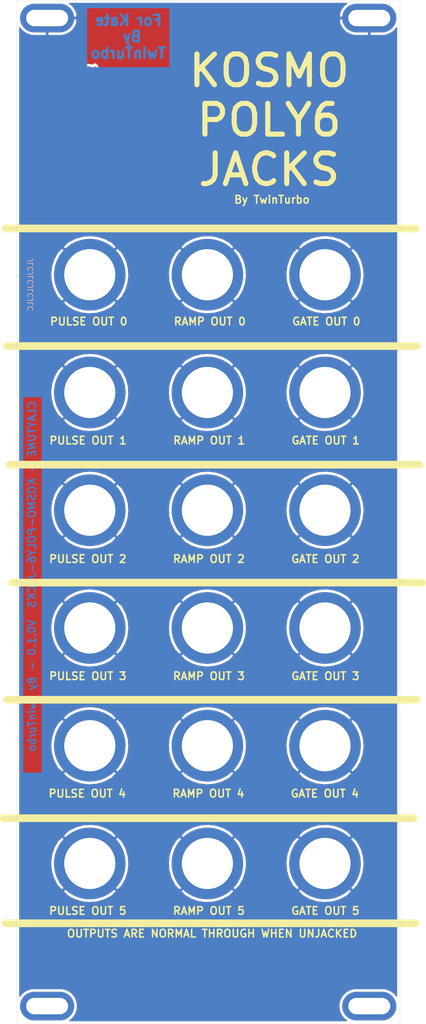
<source format=kicad_pcb>
(kicad_pcb (version 20171130) (host pcbnew "(5.1.7)-1")
  (title_block (title KOSMO-POLY6-JACKS) (date 2023-03-06) (rev V0.1.0) (company "Tobin Stage"))
  (layers (0 F.Cu signal hide) (31 B.Cu signal hide) (34 B.Paste user) (35 F.Paste user) (36 B.SilkS user) (37 F.SilkS user) (38 B.Mask user) (39 F.Mask user) (44 Edge.Cuts user))
  (net 0 "")
  (net 1 GND)
  (module AA-ROB-FULL:PANEL-LMNC (layer F.Cu) (at 118.605 178.761 180)
    (fp_text reference J2 hide)
    (fp_text value IN2)
    (pad 1 thru_hole circle (at -1.28 5.34 180) (size 14 14) (drill 10) (layers *.Cu *.Mask) (net 1 GND))
  )
  (module AA-ROB-FULL:PANEL-LMNC (layer F.Cu) (at 164.605 155.761 180)
    (fp_text reference J2 hide)
    (fp_text value IN2)
    (pad 1 thru_hole circle (at -1.28 5.34 180) (size 14 14) (drill 10) (layers *.Cu *.Mask) (net 1 GND))
  )
  (module AA-ROB-FULL:PANEL-LMNC (layer F.Cu) (at 141.605 155.761 180)
    (fp_text reference J2 hide)
    (fp_text value IN2)
    (pad 1 thru_hole circle (at -1.28 5.34 180) (size 14 14) (drill 10) (layers *.Cu *.Mask) (net 1 GND))
  )
  (module AA-ROB-FULL:PANEL-LMNC (layer F.Cu) (at 118.605 155.761 180)
    (fp_text reference J2 hide)
    (fp_text value IN2)
    (pad 1 thru_hole circle (at -1.28 5.34 180) (size 14 14) (drill 10) (layers *.Cu *.Mask) (net 1 GND))
  )
  (module AA-ROB-FULL:PANEL-LMNC (layer F.Cu) (at 164.605 178.761 180)
    (fp_text reference J2 hide)
    (fp_text value IN2)
    (pad 1 thru_hole circle (at -1.28 5.34 180) (size 14 14) (drill 10) (layers *.Cu *.Mask) (net 1 GND))
  )
  (module AA-ROB-FULL:PANEL-LMNC (layer F.Cu) (at 164.605 132.761 180)
    (fp_text reference J2 hide)
    (fp_text value IN2)
    (pad 1 thru_hole circle (at -1.28 5.34 180) (size 14 14) (drill 10) (layers *.Cu *.Mask) (net 1 GND))
  )
  (module AA-ROB-FULL:PANEL-LMNC (layer F.Cu) (at 141.605 178.761 180)
    (fp_text reference J2 hide)
    (fp_text value IN2)
    (pad 1 thru_hole circle (at -1.28 5.34 180) (size 14 14) (drill 10) (layers *.Cu *.Mask) (net 1 GND))
  )
  (module AA-ROB-FULL:PANEL-LMNC (layer F.Cu) (at 141.605 132.761 180)
    (fp_text reference J2 hide)
    (fp_text value IN2)
    (pad 1 thru_hole circle (at -1.28 5.34 180) (size 14 14) (drill 10) (layers *.Cu *.Mask) (net 1 GND))
  )
  (module AA-ROB-FULL:PANEL-LMNC (layer F.Cu) (at 118.605 132.761 180)
    (fp_text reference J2 hide)
    (fp_text value IN2)
    (pad 1 thru_hole circle (at -1.28 5.34 180) (size 14 14) (drill 10) (layers *.Cu *.Mask) (net 1 GND))
  )
  (module AA-ROB-FULL:PANEL-LMNC (layer F.Cu) (at 118.605 109.761 180)
    (fp_text reference J2 hide)
    (fp_text value IN2)
    (pad 1 thru_hole circle (at -1.28 5.34 180) (size 14 14) (drill 10) (layers *.Cu *.Mask) (net 1 GND))
  )
  (module AA-ROB-FULL:PANEL-LMNC (layer F.Cu) (at 164.605 109.761 180)
    (fp_text reference J2 hide)
    (fp_text value IN2)
    (pad 1 thru_hole circle (at -1.28 5.34 180) (size 14 14) (drill 10) (layers *.Cu *.Mask) (net 1 GND))
  )
  (module AA-ROB-FULL:PANEL-LMNC (layer F.Cu) (at 141.605 109.761 180)
    (fp_text reference J2 hide)
    (fp_text value IN2)
    (pad 1 thru_hole circle (at -1.28 5.34 180) (size 14 14) (drill 10) (layers *.Cu *.Mask) (net 1 GND))
  )
  (module AA-ROB-FULL:PANEL-LMNC (layer F.Cu) (at 164.605 86.761 180)
    (fp_text reference J2 hide)
    (fp_text value IN2)
    (pad 1 thru_hole circle (at -1.28 5.34 180) (size 14 14) (drill 10) (layers *.Cu *.Mask) (net 1 GND))
  )
  (module AA-ROB-FULL:PANEL-LMNC (layer F.Cu) (at 141.605 86.761 180)
    (fp_text reference J2 hide)
    (fp_text value IN2)
    (pad 1 thru_hole circle (at -1.28 5.34 180) (size 14 14) (drill 10) (layers *.Cu *.Mask) (net 1 GND))
  )
  (module AA-ROB-FULL:PANEL-LMNC (layer F.Cu) (at 118.605 86.761 180)
    (fp_text reference J2 hide)
    (fp_text value IN2)
    (pad 1 thru_hole circle (at -1.28 5.34 180) (size 14 14) (drill 10) (layers *.Cu *.Mask) (net 1 GND))
  )
  (module AA-ROB-FULL:PANEL-LMNC (layer F.Cu) (at 164.605 63.761 180)
    (fp_text reference J2 hide)
    (fp_text value IN2)
    (pad 1 thru_hole circle (at -1.28 5.34 180) (size 14 14) (drill 10) (layers *.Cu *.Mask) (net 1 GND))
  )
  (module AA-ROB-FULL:PANEL-LMNC (layer F.Cu) (at 141.605 63.761 180)
    (fp_text reference J2 hide)
    (fp_text value IN2)
    (pad 1 thru_hole circle (at -1.28 5.34 180) (size 14 14) (drill 10) (layers *.Cu *.Mask) (net 1 GND))
  )
  (module AA-ROB-FULL:PANEL-LMNC (layer F.Cu) (at 118.605 63.761 180)
    (fp_text reference J2 hide)
    (fp_text value IN2)
    (pad 1 thru_hole circle (at -1.28 5.34 180) (size 14 14) (drill 10) (layers *.Cu *.Mask) (net 1 GND))
  )
  (module MountingHole:MountingHole_3.2mm_M3_DIN965_Pad (layer F.Cu) (at 174.539 201.282)
    (fp_text reference H1 hide)
    (fp_text value MountingHole_Pad)
    (pad 1 thru_hole oval (at 0 0) (size 10.6 5.6) (drill oval 8.2 3.2) (layers *.Cu *.Mask))
  )
  (module MountingHole:MountingHole_3.2mm_M3_DIN965_Pad (layer F.Cu) (at 111.539 201.282)
    (fp_text reference H1 hide)
    (fp_text value MountingHole_Pad)
    (pad 1 thru_hole oval (at 0 0) (size 10.6 5.6) (drill oval 8.2 3.2) (layers *.Cu *.Mask))
  )
  (module MountingHole:MountingHole_3.2mm_M3_DIN965_Pad (layer F.Cu) (at 111.539 8.282)
    (fp_text reference H1 hide)
    (fp_text value MountingHole_Pad)
    (pad 1 thru_hole oval (at 0 0) (size 10.6 5.6) (drill oval 8.2 3.2) (layers *.Cu *.Mask) (net 1 GND))
  )
  (module MountingHole:MountingHole_3.2mm_M3_DIN965_Pad (layer F.Cu) (at 174.539 8.282)
    (fp_text reference H1 hide)
    (fp_text value MountingHole_Pad)
    (pad 1 thru_hole oval (at 0 0) (size 10.6 5.6) (drill oval 8.2 3.2) (layers *.Cu *.Mask) (net 1 GND))
  )
  (module ROBSLIBRARY:shoebw-cu (layer F.Cu) (at 128.036 196.342)
    (fp_text reference G*** hide)
    (fp_text value LOGO hide)
  )
  (module ROBSLIBRARY:GFX1FC (layer F.Cu) (at 119.305 29.642)
    (fp_text reference G*** hide)
    (fp_text value LOGO hide)
    (fp_poly (pts (xy 1.411526 -3.663938) (xy 1.446125 -3.60742) (xy 1.489177 -3.527163) (xy 1.5001 -3.505457) (xy 1.565995 -3.388445) (xy 1.657432 -3.247325) (xy 1.765098 -3.095015) (xy 1.879674 -2.944429) (xy 1.991847 -2.808484) (xy 2.047919 -2.745946) (xy 2.124257 -2.662446) (xy 2.202454 -2.574599) (xy 2.240437 -2.530798) (xy 2.322617 -2.441352) (xy 2.429521 -2.334476) (xy 2.54618 -2.224528) (xy 2.657629 -2.125866) (xy 2.695095 -2.094649) (xy 2.751527 -2.048089) (xy 2.78974 -2.015494) (xy 2.796796 -2.00896) (xy 2.83933 -1.971166) (xy 2.913167 -1.911633) (xy 3.008148 -1.838061) (xy 3.114111 -1.758147) (xy 3.220899 -1.679593) (xy 3.318349 -1.610096) (xy 3.368869 -1.57544) (xy 3.555944 -1.444727) (xy 3.700762 -1.330494) (xy 3.807182 -1.227803) (xy 3.879065 -1.131716) (xy 3.920273 -1.037295) (xy 3.934667 -0.939599) (xy 3.929772 -0.858013) (xy 3.909399 -0.77354) (xy 3.871748 -0.669736) (xy 3.824578 -0.564115) (xy 3.775645 -0.474195) (xy 3.736138 -0.42079) (xy 3.713857 -0.366651) (xy 3.721587 -0.295504) (xy 3.749441 -0.240044) (xy 3.77925 -0.175397) (xy 3.787579 -0.124711) (xy 3.810335 -0.046348) (xy 3.873661 0.004616) (xy 3.973496 0.02515) (xy 3.9887 0.025426) (xy 4.078548 0.035415) (xy 4.161838 0.060021) (xy 4.173954 0.065728) (xy 4.238353 0.090131) (xy 4.277185 0.08059) (xy 4.279478 0.07844) (xy 4.326165 0.054512) (xy 4.383558 0.050683) (xy 4.431369 0.065179) (xy 4.449449 0.093318) (xy 4.459634 0.138965) (xy 4.485972 0.209842) (xy 4.522139 0.292597) (xy 4.56181 0.373878) (xy 4.59866 0.440332) (xy 4.626365 0.478609) (xy 4.634077 0.483084) (xy 4.646709 0.461273) (xy 4.642425 0.405365) (xy 4.641439 0.400451) (xy 4.628201 0.326377) (xy 4.613682 0.230023) (xy 4.606772 0.177978) (xy 4.594573 0.097874) (xy 4.579563 0.056933) (xy 4.555291 0.043598) (xy 4.532082 0.044195) (xy 4.487453 0.032551) (xy 4.473059 -0.001002) (xy 4.497357 -0.036313) (xy 4.4981 -0.036778) (xy 4.522206 -0.066669) (xy 4.556786 -0.12604) (xy 4.574326 -0.160617) (xy 4.602629 -0.222335) (xy 4.614179 -0.268409) (xy 4.609299 -0.318193) (xy 4.58831 -0.391039) (xy 4.578661 -0.421087) (xy 4.549565 -0.515097) (xy 4.52513 -0.600567) (xy 4.513848 -0.645242) (xy 4.488813 -0.699361) (xy 4.437881 -0.773807) (xy 4.371562 -0.853403) (xy 4.364212 -0.861358) (xy 4.248108 -0.988545) (xy 4.166447 -1.084995) (xy 4.116318 -1.154471) (xy 4.094808 -1.200739) (xy 4.093493 -1.211371) (xy 4.109506 -1.237893) (xy 4.154466 -1.228563) (xy 4.223752 -1.185729) (xy 4.312745 -1.111737) (xy 4.340328 -1.085982) (xy 4.419006 -1.014601) (xy 4.495069 -0.951711) (xy 4.549887 -0.912366) (xy 4.610573 -0.857584) (xy 4.661104 -0.782897) (xy 4.667141 -0.769898) (xy 4.714637 -0.64057) (xy 4.750295 -0.50756) (xy 4.772573 -0.381678) (xy 4.77993 -0.273735) (xy 4.770825 -0.194541) (xy 4.75381 -0.161978) (xy 4.743151 -0.127704) (xy 4.762068 -0.070487) (xy 4.812862 0.015303) (xy 4.846162 0.063922) (xy 4.873665 0.110244) (xy 4.918856 0.194672) (xy 4.977803 0.309287) (xy 5.046573 0.446172) (xy 5.121232 0.597406) (xy 5.197847 0.755071) (xy 5.272485 0.911248) (xy 5.341212 1.05802) (xy 5.357458 1.093294) (xy 5.402307 1.190469) (xy 5.456599 1.307284) (xy 5.505144 1.411112) (xy 5.551721 1.51131) (xy 5.59502 1.606087) (xy 5.626007 1.675665) (xy 5.62705 1.678079) (xy 5.656956 1.7462) (xy 5.69906 1.840601) (xy 5.744447 1.9413) (xy 5.746146 1.945045) (xy 5.791573 2.045603) (xy 5.834195 2.140631) (xy 5.865046 2.210136) (xy 5.865869 2.212012) (xy 5.898852 2.286227) (xy 5.94147 2.380787) (xy 5.968796 2.440841) (xy 6.041927 2.60427) (xy 6.100007 2.742502) (xy 6.121561 2.796797) (xy 6.145193 2.853444) (xy 6.181579 2.936548) (xy 6.215946 3.012913) (xy 6.25535 3.100278) (xy 6.288366 3.175185) (xy 6.305752 3.216317) (xy 6.324793 3.264464) (xy 6.355957 3.343553) (xy 6.392783 3.437193) (xy 6.395908 3.445146) (xy 6.44081 3.556527) (xy 6.488734 3.670922) (xy 6.525508 3.755033) (xy 6.558432 3.83379) (xy 6.580106 3.897108) (xy 6.585185 3.922748) (xy 6.596798 3.972057) (xy 6.62754 4.050444) (xy 6.671266 4.142865) (xy 6.688522 4.175782) (xy 6.709291 4.239856) (xy 6.712312 4.269626) (xy 6.72391 4.318443) (xy 6.737737 4.335035) (xy 6.759403 4.371043) (xy 6.763163 4.398039) (xy 6.774252 4.451958) (xy 6.801372 4.521345) (xy 6.805603 4.530022) (xy 6.849412 4.618461) (xy 6.874849 4.673872) (xy 6.886814 4.70844) (xy 6.890207 4.734351) (xy 6.89029 4.740635) (xy 6.899854 4.78857) (xy 6.923164 4.855035) (xy 6.925984 4.86175) (xy 6.955681 4.940925) (xy 6.985499 5.034839) (xy 6.992446 5.05966) (xy 7.015417 5.140827) (xy 7.036439 5.208317) (xy 7.042267 5.224925) (xy 7.090495 5.363459) (xy 7.125086 5.483205) (xy 7.142923 5.572798) (xy 7.14467 5.59845) (xy 7.153112 5.654757) (xy 7.16997 5.682583) (xy 7.188266 5.716943) (xy 7.195395 5.773298) (xy 7.206893 5.819334) (xy 7.239854 5.905109) (xy 7.291974 6.025405) (xy 7.360954 6.175006) (xy 7.44449 6.348692) (xy 7.489147 6.439215) (xy 7.581869 6.625575) (xy 7.655304 6.772599) (xy 7.712716 6.886529) (xy 7.757371 6.973605) (xy 7.792532 7.040068) (xy 7.821464 7.092159) (xy 7.847432 7.13612) (xy 7.8737 7.17819) (xy 7.884637 7.195287) (xy 7.918277 7.250852) (xy 7.965275 7.332337) (xy 8.009585 7.411512) (xy 8.064982 7.511935) (xy 8.121586 7.614358) (xy 8.157094 7.678479) (xy 8.194852 7.746964) (xy 8.223205 7.800386) (xy 8.250145 7.854784) (xy 8.283664 7.926196) (xy 8.321809 8.009009) (xy 8.363332 8.105745) (xy 8.400154 8.202204) (xy 8.416122 8.250551) (xy 8.459595 8.379759) (xy 8.503406 8.466857) (xy 8.553365 8.520294) (xy 8.615282 8.548514) (xy 8.62228 8.550257) (xy 8.722872 8.59777) (xy 8.813923 8.684104) (xy 8.887389 8.797249) (xy 8.935231 8.925197) (xy 8.949749 9.039254) (xy 8.949749 9.127728) (xy 9.116478 9.127728) (xy 9.276849 9.145939) (xy 9.423563 9.203549) (xy 9.566612 9.305024) (xy 9.617603 9.351672) (xy 9.697197 9.437208) (xy 9.752689 9.522501) (xy 9.78803 9.619431) (xy 9.807172 9.739874) (xy 9.814066 9.895708) (xy 9.81434 9.943013) (xy 9.811049 10.105137) (xy 9.798839 10.235589) (xy 9.774435 10.353234) (xy 9.734569 10.476937) (xy 9.711013 10.538839) (xy 9.690639 10.592636) (xy 9.661851 10.670815) (xy 9.647469 10.710461) (xy 9.618615 10.779455) (xy 9.59271 10.823172) (xy 9.581931 10.831232) (xy 9.56407 10.852557) (xy 9.55996 10.882083) (xy 9.551007 10.923423) (xy 9.538615 10.932933) (xy 9.513593 10.953451) (xy 9.488331 10.996451) (xy 9.432325 11.084756) (xy 9.344546 11.18303) (xy 9.23486 11.283815) (xy 9.113132 11.379657) (xy 8.989227 11.463099) (xy 8.87301 11.526686) (xy 8.774347 11.562961) (xy 8.731347 11.568569) (xy 8.679929 11.577229) (xy 8.659323 11.590814) (xy 8.629392 11.604771) (xy 8.561915 11.622288) (xy 8.46975 11.64019) (xy 8.439113 11.645176) (xy 8.354602 11.656943) (xy 8.276496 11.663675) (xy 8.193907 11.665152) (xy 8.095949 11.66115) (xy 7.971737 11.651448) (xy 7.810383 11.635824) (xy 7.767931 11.631478) (xy 7.705563 11.621935) (xy 7.624392 11.603152) (xy 7.513658 11.572423) (xy 7.409706 11.541421) (xy 7.329271 11.521229) (xy 7.286251 11.523139) (xy 7.271894 11.547935) (xy 7.271671 11.553796) (xy 7.252281 11.624572) (xy 7.204429 11.696055) (xy 7.143595 11.748097) (xy 7.112762 11.760618) (xy 7.026572 11.770117) (xy 6.944008 11.755792) (xy 6.856276 11.713471) (xy 6.75458 11.638985) (xy 6.637979 11.535527) (xy 6.57727 11.48041) (xy 6.546159 11.458307) (xy 6.538245 11.466312) (xy 6.544518 11.493113) (xy 6.580719 11.694965) (xy 6.566542 11.893385) (xy 6.50242 12.086948) (xy 6.388786 12.27423) (xy 6.263524 12.417572) (xy 6.086945 12.570338) (xy 5.890423 12.699426) (xy 5.689449 12.795358) (xy 5.593593 12.827515) (xy 5.488425 12.858056) (xy 5.380387 12.890541) (xy 5.335927 12.904345) (xy 5.196199 12.932182) (xy 5.028697 12.940706) (xy 4.850465 12.931241) (xy 4.678546 12.905108) (xy 4.529984 12.86363) (xy 4.468863 12.837077) (xy 4.41837 12.817792) (xy 4.39759 12.814415) (xy 4.362228 12.799048) (xy 4.297909 12.757793) (xy 4.214233 12.697921) (xy 4.120796 12.626703) (xy 4.027196 12.551409) (xy 3.943029 12.47931) (xy 3.89009 12.429955) (xy 3.821131 12.359275) (xy 3.733628 12.265873) (xy 3.642261 12.165524) (xy 3.604172 12.12273) (xy 3.453457 11.97218) (xy 3.294804 11.850164) (xy 3.138736 11.764196) (xy 3.063763 11.736724) (xy 3.002208 11.7247) (xy 2.908039 11.713203) (xy 2.799466 11.704365) (xy 2.776277 11.703033) (xy 2.649391 11.700305) (xy 2.564992 11.709841) (xy 2.515619 11.734354) (xy 2.493812 11.77656) (xy 2.490883 11.806867) (xy 2.475005 11.870522) (xy 2.452745 11.910315) (xy 2.423102 11.966073) (xy 2.415415 12.00172) (xy 2.397724 12.049546) (xy 2.364564 12.08979) (xy 2.326463 12.134243) (xy 2.313713 12.16518) (xy 2.29456 12.20666) (xy 2.245886 12.263274) (xy 2.180869 12.322542) (xy 2.11269 12.371985) (xy 2.073398 12.392745) (xy 1.996416 12.412651) (xy 1.87874 12.427802) (xy 1.730304 12.438187) (xy 1.561043 12.443792) (xy 1.380892 12.444608) (xy 1.199784 12.440622) (xy 1.027656 12.431821) (xy 0.874441 12.418194) (xy 0.750074 12.39973) (xy 0.724624 12.39435) (xy 0.545643 12.328129) (xy 0.390689 12.21838) (xy 0.263733 12.068302) (xy 0.21391 11.982886) (xy 0.146019 11.874396) (xy 0.135534 11.861926) (xy 2.223257 11.861926) (xy 2.243584 11.873541) (xy 2.249255 11.873674) (xy 2.281303 11.852428) (xy 2.288288 11.822823) (xy 2.283317 11.781441) (xy 2.27647 11.771972) (xy 2.256772 11.791436) (xy 2.237437 11.822823) (xy 2.223257 11.861926) (xy 0.135534 11.861926) (xy 0.06241 11.774967) (xy -0.022722 11.700568) (xy -0.05415 11.681328) (xy -0.158188 11.633957) (xy -0.200301 11.61942) (xy 2.591089 11.61942) (xy 2.808482 11.61942) (xy 2.929713 11.622325) (xy 3.019246 11.633339) (xy 3.096021 11.655909) (xy 3.157636 11.682983) (xy 3.232611 11.717554) (xy 3.28903 11.740639) (xy 3.30987 11.746547) (xy 3.34549 11.761695) (xy 3.406026 11.808197) (xy 3.493157 11.887637) (xy 3.608564 12.0016) (xy 3.753924 12.151671) (xy 3.877377 12.282228) (xy 4.029225 12.432031) (xy 4.183088 12.561823) (xy 4.331943 12.666909) (xy 4.468765 12.742593) (xy 4.586532 12.784181) (xy 4.638093 12.790776) (xy 4.712513 12.799238) (xy 4.767267 12.814415) (xy 4.833396 12.828835) (xy 4.935722 12.834952) (xy 5.060308 12.832977) (xy 5.193219 12.823124) (xy 5.318185 12.806016) (xy 5.406723 12.788273) (xy 5.474633 12.770631) (xy 5.506757 12.757174) (xy 5.546706 12.740191) (xy 5.567575 12.738139) (xy 5.60891 12.727409) (xy 5.681674 12.698905) (xy 5.772099 12.658157) (xy 5.798523 12.645397) (xy 5.958098 12.550559) (xy 6.112873 12.428639) (xy 6.250363 12.291412) (xy 6.358081 12.150654) (xy 6.398299 12.079737) (xy 6.42949 12.01141) (xy 6.449634 11.95016) (xy 6.46104 11.881738) (xy 6.46602 11.791894) (xy 6.466883 11.666378) (xy 6.466853 11.656905) (xy 6.465381 11.529894) (xy 6.460452 11.440212) (xy 6.449706 11.374348) (xy 6.430781 11.318792) (xy 6.401316 11.260033) (xy 6.395737 11.249921) (xy 6.353788 11.175959) (xy 6.333493 11.141867) (xy 6.498573 11.141867) (xy 6.510206 11.176656) (xy 6.542334 11.230796) (xy 6.590501 11.298091) (xy 6.65025 11.372349) (xy 6.717123 11.447374) (xy 6.786664 11.516973) (xy 6.854416 11.574952) (xy 6.859481 11.578794) (xy 6.967506 11.645655) (xy 7.054338 11.667345) (xy 7.121789 11.644044) (xy 7.154333 11.607602) (xy 7.186634 11.539237) (xy 7.193362 11.480718) (xy 7.174302 11.445796) (xy 7.156912 11.441442) (xy 7.102038 11.429799) (xy 7.074279 11.417806) (xy 7.032633 11.396642) (xy 6.986322 11.373733) (xy 7.337844 11.373733) (xy 7.366506 11.42326) (xy 7.43341 11.441436) (xy 7.434965 11.441442) (xy 7.4905 11.451155) (xy 7.514484 11.464263) (xy 7.553626 11.481906) (xy 7.620715 11.497271) (xy 7.64034 11.500146) (xy 7.733838 11.515849) (xy 7.824507 11.536486) (xy 7.831031 11.538286) (xy 7.951762 11.558928) (xy 8.103177 11.565191) (xy 8.267351 11.557631) (xy 8.426358 11.536802) (xy 8.515904 11.517092) (xy 8.625278 11.484881) (xy 8.730741 11.44864) (xy 8.809575 11.416178) (xy 8.809967 11.415989) (xy 8.878419 11.385346) (xy 8.928807 11.367248) (xy 8.94027 11.365166) (xy 8.976241 11.349339) (xy 9.015528 11.318638) (xy 9.074182 11.270167) (xy 9.136278 11.225715) (xy 9.201729 11.168248) (xy 9.278613 11.07831) (xy 9.36031 10.966508) (xy 9.440204 10.843452) (xy 9.511677 10.71975) (xy 9.568112 10.606011) (xy 9.602892 10.512841) (xy 9.610811 10.464989) (xy 9.6221 10.411587) (xy 9.646183 10.353242) (xy 9.661461 10.297389) (xy 9.673414 10.203961) (xy 9.681722 10.08615) (xy 9.68606 9.957142) (xy 9.686107 9.830128) (xy 9.68154 9.718296) (xy 9.672037 9.634835) (xy 9.664465 9.605474) (xy 9.597219 9.492123) (xy 9.490458 9.387428) (xy 9.355516 9.299522) (xy 9.203725 9.236536) (xy 9.122192 9.216386) (xy 9.047317 9.212445) (xy 8.995371 9.23861) (xy 8.98898 9.244683) (xy 8.958797 9.280418) (xy 8.966837 9.304862) (xy 8.991424 9.324523) (xy 9.023774 9.353008) (xy 9.014713 9.372245) (xy 8.994244 9.384714) (xy 8.957733 9.428759) (xy 8.949749 9.46421) (xy 8.943023 9.517626) (xy 8.925639 9.599295) (xy 8.907976 9.667364) (xy 8.861304 9.789446) (xy 8.798817 9.867466) (xy 8.713834 9.907388) (xy 8.629387 9.915916) (xy 8.512617 9.89126) (xy 8.408124 9.817965) (xy 8.317191 9.697038) (xy 8.292474 9.651077) (xy 8.232531 9.558609) (xy 8.154561 9.497689) (xy 8.127881 9.484112) (xy 8.028297 9.424593) (xy 7.965661 9.351455) (xy 7.933203 9.252954) (xy 7.924178 9.130759) (xy 7.924842 9.108368) (xy 8.017678 9.108368) (xy 8.039344 9.223345) (xy 8.086809 9.307846) (xy 8.136587 9.365753) (xy 8.169376 9.379161) (xy 8.181818 9.348388) (xy 8.17635 9.29935) (xy 8.162935 9.227437) (xy 8.146032 9.131126) (xy 8.135066 9.066023) (xy 8.119963 8.98399) (xy 8.106089 8.924483) (xy 8.098071 8.90321) (xy 8.082025 8.916395) (xy 8.056107 8.96391) (xy 8.045221 8.988576) (xy 8.017678 9.108368) (xy 7.924842 9.108368) (xy 7.927223 9.028201) (xy 7.941906 8.953597) (xy 7.973973 8.884394) (xy 7.996218 8.848048) (xy 8.039614 8.771151) (xy 8.060344 8.701466) (xy 8.064743 8.613982) (xy 8.063845 8.581082) (xy 8.05698 8.483475) (xy 8.045261 8.39485) (xy 8.036016 8.352253) (xy 8.019424 8.289678) (xy 7.996689 8.196745) (xy 7.972529 8.092777) (xy 7.970839 8.085286) (xy 7.94289 7.970798) (xy 7.908059 7.84219) (xy 7.870195 7.71225) (xy 7.83315 7.593768) (xy 7.800777 7.499535) (xy 7.777608 7.443639) (xy 7.757899 7.386927) (xy 7.754754 7.361869) (xy 7.745103 7.315569) (xy 7.72112 7.247284) (xy 7.713092 7.22804) (xy 7.681316 7.153145) (xy 7.655743 7.090346) (xy 7.652121 7.080981) (xy 7.617884 7.000491) (xy 7.567718 6.894278) (xy 7.510497 6.781012) (xy 7.501111 6.763164) (xy 7.464703 6.691331) (xy 7.436431 6.630455) (xy 7.433459 6.623324) (xy 7.420294 6.603858) (xy 7.411174 6.626581) (xy 7.404491 6.692378) (xy 7.404925 6.775536) (xy 7.415893 6.844159) (xy 7.422866 6.862328) (xy 7.440188 6.919783) (xy 7.449259 6.99883) (xy 7.449649 7.017418) (xy 7.456437 7.098212) (xy 7.473226 7.165067) (xy 7.477905 7.175259) (xy 7.49411 7.224927) (xy 7.511579 7.308945) (xy 7.527045 7.411015) (xy 7.529845 7.434198) (xy 7.552227 7.628654) (xy 7.57001 7.782104) (xy 7.584334 7.904069) (xy 7.59634 8.004067) (xy 7.607168 8.091619) (xy 7.617958 8.176246) (xy 7.627633 8.250551) (xy 7.641296 8.386004) (xy 7.651508 8.551652) (xy 7.65838 8.739578) (xy 7.662019 8.941862) (xy 7.662535 9.150588) (xy 7.660036 9.357837) (xy 7.654631 9.555692) (xy 7.646429 9.736234) (xy 7.635538 9.891547) (xy 7.622067 10.013711) (xy 7.606125 10.09481) (xy 7.602137 10.106777) (xy 7.585055 10.177871) (xy 7.576893 10.263292) (xy 7.576776 10.273163) (xy 7.574775 10.330749) (xy 7.567409 10.393905) (xy 7.552638 10.47395) (xy 7.52842 10.582207) (xy 7.499067 10.704105) (xy 7.47576 10.802074) (xy 7.453293 10.900747) (xy 7.449027 10.920221) (xy 7.417792 11.061071) (xy 7.39322 11.162897) (xy 7.372467 11.236632) (xy 7.352688 11.293205) (xy 7.350654 11.298338) (xy 7.337844 11.373733) (xy 6.986322 11.373733) (xy 6.958068 11.359757) (xy 6.863474 11.313503) (xy 6.814014 11.289489) (xy 6.714338 11.24031) (xy 6.6286 11.196373) (xy 6.569679 11.164351) (xy 6.554623 11.155115) (xy 6.511893 11.132622) (xy 6.498573 11.141867) (xy 6.333493 11.141867) (xy 6.319963 11.119139) (xy 6.306213 11.098199) (xy 6.273134 11.046717) (xy 6.22375 10.959864) (xy 6.163548 10.848212) (xy 6.098016 10.722335) (xy 6.032643 10.592803) (xy 5.972916 10.470191) (xy 5.924323 10.365072) (xy 5.916889 10.348149) (xy 5.883151 10.270975) (xy 5.84157 10.176466) (xy 5.821936 10.132032) (xy 5.781696 10.039834) (xy 5.743591 9.950449) (xy 5.729243 9.915916) (xy 5.698367 9.844387) (xy 5.671126 9.787422) (xy 5.668638 9.782778) (xy 5.647553 9.718901) (xy 5.644444 9.688933) (xy 5.633783 9.640757) (xy 5.620975 9.624733) (xy 5.59927 9.591621) (xy 5.580768 9.534022) (xy 5.563117 9.479118) (xy 5.54589 9.473344) (xy 5.529932 9.514982) (xy 5.51609 9.602313) (xy 5.508822 9.680193) (xy 5.493676 9.849168) (xy 5.474399 10.019847) (xy 5.452425 10.182925) (xy 5.429188 10.329094) (xy 5.406123 10.449047) (xy 5.384664 10.533479) (xy 5.372603 10.564265) (xy 5.327526 10.659472) (xy 5.28637 10.764366) (xy 5.278879 10.786737) (xy 5.246503 10.824718) (xy 5.200547 10.82636) (xy 5.171356 10.801409) (xy 5.147724 10.749424) (xy 5.126924 10.672749) (xy 5.108741 10.568373) (xy 5.092961 10.433287) (xy 5.07937 10.264478) (xy 5.067753 10.058937) (xy 5.057897 9.813653) (xy 5.049586 9.525617) (xy 5.042606 9.191816) (xy 5.038474 8.934548) (xy 5.033397 8.619832) (xy 5.027968 8.354696) (xy 5.02214 8.13787) (xy 5.015863 7.968086) (xy 5.009091 7.844073) (xy 5.001776 7.764561) (xy 4.993869 7.728281) (xy 4.992934 7.726841) (xy 4.967616 7.676397) (xy 4.950532 7.614915) (xy 4.933058 7.535149) (xy 4.912325 7.457417) (xy 5.129841 7.457417) (xy 5.130201 7.598608) (xy 5.131729 7.713691) (xy 5.134484 7.8062) (xy 5.138521 7.879667) (xy 5.143897 7.937628) (xy 5.150669 7.983616) (xy 5.158894 8.021165) (xy 5.168628 8.053808) (xy 5.179927 8.08508) (xy 5.184899 8.097998) (xy 5.239667 8.247172) (xy 5.272878 8.357096) (xy 5.281614 8.397058) (xy 5.298292 8.453257) (xy 5.316845 8.481192) (xy 5.334442 8.514795) (xy 5.339339 8.555077) (xy 5.347193 8.626663) (xy 5.366794 8.678963) (xy 5.38819 8.695496) (xy 5.39294 8.671266) (xy 5.396408 8.603333) (xy 5.398488 8.49883) (xy 5.399076 8.364892) (xy 5.398063 8.208651) (xy 5.396806 8.117067) (xy 5.39301 7.942517) (xy 5.38763 7.777855) (xy 5.381111 7.632368) (xy 5.373895 7.515344) (xy 5.366425 7.43607) (xy 5.363388 7.416617) (xy 5.353766 7.341865) (xy 5.345949 7.231842) (xy 5.340809 7.102119) (xy 5.339192 6.984385) (xy 5.336852 6.845956) (xy 5.330626 6.709431) (xy 5.321511 6.592096) (xy 5.31246 6.521622) (xy 5.30299 6.44854) (xy 5.292366 6.335384) (xy 5.281406 6.192891) (xy 5.270931 6.031799) (xy 5.261761 5.862847) (xy 5.261038 5.847848) (xy 5.248359 5.583523) (xy 5.23766 5.365483) (xy 5.228636 5.189212) (xy 5.220981 5.050195) (xy 5.214392 4.943917) (xy 5.208562 4.865862) (xy 5.203186 4.811517) (xy 5.19796 4.776365) (xy 5.192579 4.755891) (xy 5.186737 4.745581) (xy 5.186552 4.745381) (xy 5.181938 4.76535) (xy 5.176946 4.831213) (xy 5.171742 4.938019) (xy 5.166493 5.080816) (xy 5.161363 5.25465) (xy 5.15652 5.45457) (xy 5.152129 5.675622) (xy 5.149057 5.8641) (xy 5.143593 6.236151) (xy 5.138958 6.560892) (xy 5.135209 6.841854) (xy 5.132402 7.082574) (xy 5.130593 7.286583) (xy 5.129841 7.457417) (xy 4.912325 7.457417) (xy 4.91036 7.45005) (xy 4.910241 7.44965) (xy 4.887406 7.373039) (xy 4.858341 7.275707) (xy 4.841931 7.220821) (xy 4.813788 7.120991) (xy 4.788671 7.022356) (xy 4.778944 6.97928) (xy 4.760102 6.896803) (xy 4.734212 6.793204) (xy 4.716128 6.725025) (xy 4.689543 6.626075) (xy 4.665099 6.532425) (xy 4.652796 6.483484) (xy 4.608715 6.301284) (xy 4.574591 6.156702) (xy 4.547926 6.038054) (xy 4.526223 5.933655) (xy 4.506985 5.831821) (xy 4.487715 5.720867) (xy 4.480234 5.676114) (xy 4.463471 5.596092) (xy 4.44431 5.53365) (xy 4.436501 5.517205) (xy 4.419635 5.471624) (xy 4.401839 5.395603) (xy 4.39214 5.33934) (xy 4.364632 5.158685) (xy 4.340871 5.015631) (xy 4.318555 4.89729) (xy 4.295378 4.790775) (xy 4.289844 4.767268) (xy 4.269381 4.691832) (xy 4.25292 4.659335) (xy 4.238996 4.671638) (xy 4.226141 4.730605) (xy 4.212889 4.838096) (xy 4.209721 4.868969) (xy 4.194681 5.000783) (xy 4.174273 5.154359) (xy 4.150518 5.316713) (xy 4.125443 5.474862) (xy 4.101068 5.615821) (xy 4.079419 5.726606) (xy 4.06914 5.771021) (xy 4.0514 5.846825) (xy 4.030258 5.946118) (xy 4.016935 6.013114) (xy 3.985086 6.17393) (xy 3.953042 6.326742) (xy 3.923398 6.459744) (xy 3.898746 6.561128) (xy 3.888084 6.599703) (xy 3.870775 6.680314) (xy 3.864664 6.747571) (xy 3.854619 6.820378) (xy 3.837439 6.868228) (xy 3.816993 6.92246) (xy 3.795379 7.003656) (xy 3.785483 7.05089) (xy 3.766545 7.151587) (xy 3.747697 7.251459) (xy 3.741286 7.285315) (xy 3.72441 7.358074) (xy 3.706715 7.411079) (xy 3.70271 7.418867) (xy 3.687383 7.460273) (xy 3.669042 7.532435) (xy 3.658613 7.583202) (xy 3.623873 7.759297) (xy 3.589257 7.912127) (xy 3.548595 8.068888) (xy 3.54759 8.072573) (xy 3.500574 8.248243) (xy 3.464579 8.391406) (xy 3.43665 8.513121) (xy 3.418639 8.583254) (xy 3.4011 8.632829) (xy 3.398061 8.638549) (xy 3.382787 8.678682) (xy 3.363719 8.748675) (xy 3.354462 8.789142) (xy 3.318676 8.946391) (xy 3.279382 9.095857) (xy 3.240391 9.22943) (xy 3.21209 9.329229) (xy 3.186842 9.427842) (xy 3.177058 9.470971) (xy 3.156814 9.555671) (xy 3.128833 9.65844) (xy 3.112813 9.712513) (xy 3.085913 9.810248) (xy 3.064738 9.905328) (xy 3.057741 9.947857) (xy 3.044379 10.013425) (xy 3.026706 10.05397) (xy 3.02294 10.057416) (xy 3.005701 10.090774) (xy 2.999299 10.139889) (xy 2.98552 10.215263) (xy 2.962062 10.271872) (xy 2.934999 10.345116) (xy 2.924825 10.416568) (xy 2.916946 10.477644) (xy 2.899163 10.512976) (xy 2.898498 10.513414) (xy 2.880505 10.547511) (xy 2.872204 10.608135) (xy 2.872172 10.61026) (xy 2.859678 10.690727) (xy 2.834935 10.754955) (xy 2.806739 10.828353) (xy 2.797697 10.886938) (xy 2.78848 10.943276) (xy 2.771371 10.971071) (xy 2.754054 11.004942) (xy 2.746016 11.06633) (xy 2.745946 11.072773) (xy 2.739896 11.134979) (xy 2.725155 11.171351) (xy 2.723403 11.172694) (xy 2.704482 11.204728) (xy 2.686242 11.266302) (xy 2.682989 11.282252) (xy 2.666383 11.351218) (xy 2.648368 11.398574) (xy 2.645284 11.403304) (xy 2.628006 11.443596) (xy 2.610926 11.510194) (xy 2.608269 11.524074) (xy 2.591089 11.61942) (xy -0.200301 11.61942) (xy -0.259316 11.599049) (xy -0.34981 11.577514) (xy -0.421947 11.570262) (xy -0.468004 11.578204) (xy -0.480258 11.602249) (xy -0.460798 11.633404) (xy -0.429329 11.677719) (xy -0.389478 11.746621) (xy -0.349801 11.823464) (xy -0.318855 11.891603) (xy -0.305195 11.934393) (xy -0.305105 11.936278) (xy -0.283963 11.968989) (xy -0.23278 12.006379) (xy -0.169919 12.037547) (xy -0.113744 12.051592) (xy -0.110755 12.051652) (xy -0.076016 12.065924) (xy -0.009714 12.104575) (xy 0.079118 12.161357) (xy 0.181449 12.230022) (xy 0.288246 12.304324) (xy 0.390479 12.378014) (xy 0.479115 12.444845) (xy 0.545123 12.498569) (xy 0.572072 12.523991) (xy 0.605321 12.552429) (xy 0.663381 12.596163) (xy 0.732978 12.645893) (xy 0.800838 12.69232) (xy 0.853688 12.726144) (xy 0.877741 12.738139) (xy 0.905197 12.750553) (xy 0.959767 12.782022) (xy 0.991591 12.801702) (xy 1.063396 12.840318) (xy 1.125901 12.86287) (xy 1.143639 12.865266) (xy 1.185228 12.875819) (xy 1.194995 12.890691) (xy 1.216661 12.910129) (xy 1.255652 12.916117) (xy 1.322355 12.927985) (xy 1.389135 12.954098) (xy 1.47033 12.982541) (xy 1.554806 12.991171) (xy 1.62279 12.979099) (xy 1.643897 12.965553) (xy 1.678831 12.955315) (xy 1.758502 12.945966) (xy 1.876799 12.937964) (xy 2.027608 12.931769) (xy 2.127987 12.929176) (xy 2.294758 12.925158) (xy 2.419021 12.920429) (xy 2.509116 12.914039) (xy 2.573386 12.905039) (xy 2.620171 12.892478) (xy 2.657815 12.875408) (xy 2.671948 12.867246) (xy 2.737819 12.828867) (xy 2.78986 12.800934) (xy 2.796796 12.797645) (xy 2.871431 12.742845) (xy 2.935209 12.660191) (xy 2.973654 12.570465) (xy 2.978729 12.536512) (xy 2.979129 12.418161) (xy 2.967095 12.340973) (xy 2.9413 12.296489) (xy 2.941048 12.296255) (xy 2.867484 12.243717) (xy 2.77909 12.201253) (xy 2.699415 12.179659) (xy 2.684815 12.178779) (xy 2.635874 12.170874) (xy 2.618819 12.154889) (xy 2.596425 12.137151) (xy 2.541332 12.124384) (xy 2.529298 12.123107) (xy 2.467545 12.109646) (xy 2.442512 12.08961) (xy 2.457322 12.072606) (xy 2.511396 12.068024) (xy 2.588367 12.077832) (xy 2.677324 12.097165) (xy 2.7603 12.121185) (xy 2.819331 12.145052) (xy 2.833663 12.154812) (xy 2.879351 12.177255) (xy 2.897227 12.179625) (xy 2.949309 12.197627) (xy 3.004472 12.238747) (xy 3.043449 12.286498) (xy 3.051051 12.311253) (xy 3.067735 12.360129) (xy 3.079384 12.37492) (xy 3.089732 12.414942) (xy 3.084538 12.484805) (xy 3.067533 12.567293) (xy 3.042452 12.645191) (xy 3.013024 12.701282) (xy 3.007136 12.708173) (xy 2.979436 12.746734) (xy 2.974774 12.762001) (xy 2.954897 12.78694) (xy 2.903964 12.828064) (xy 2.83503 12.876251) (xy 2.761147 12.92238) (xy 2.695367 12.957329) (xy 2.695095 12.957454) (xy 2.629984 12.986365) (xy 2.548629 13.021387) (xy 2.52983 13.029331) (xy 2.453068 13.062383) (xy 2.388447 13.091465) (xy 2.376393 13.097182) (xy 2.333008 13.105128) (xy 2.24934 13.109944) (xy 2.135849 13.111819) (xy 2.002993 13.110946) (xy 1.861233 13.107513) (xy 1.721027 13.101713) (xy 1.592836 13.093735) (xy 1.487117 13.083771) (xy 1.461962 13.080509) (xy 1.376849 13.063025) (xy 1.306394 13.039198) (xy 1.284683 13.027488) (xy 1.229935 12.999592) (xy 1.196851 12.992393) (xy 1.153067 12.982312) (xy 1.085346 12.956628) (xy 1.008162 12.922178) (xy 0.935988 12.885798) (xy 0.883297 12.854325) (xy 0.864464 12.835376) (xy 0.844655 12.815373) (xy 0.836234 12.814415) (xy 0.806761 12.800597) (xy 0.748226 12.764543) (xy 0.67238 12.71435) (xy 0.590973 12.658116) (xy 0.515757 12.603939) (xy 0.45848 12.559918) (xy 0.432232 12.53599) (xy 0.404903 12.512593) (xy 0.346014 12.46758) (xy 0.265789 12.408309) (xy 0.174455 12.342141) (xy 0.08224 12.276434) (xy -0.000632 12.218547) (xy -0.063934 12.175841) (xy -0.093674 12.157519) (xy -0.164918 12.133471) (xy -0.211515 12.127928) (xy -0.247492 12.132727) (xy -0.268989 12.155163) (xy -0.282722 12.207297) (xy -0.291851 12.272234) (xy -0.323333 12.414328) (xy -0.385803 12.572465) (xy -0.482562 12.754725) (xy -0.503145 12.789501) (xy -0.559102 12.883092) (xy -0.617387 12.981006) (xy -0.635636 13.011778) (xy -0.695311 13.090188) (xy -0.756583 13.121107) (xy -0.824249 13.104472) (xy -0.903102 13.040216) (xy -0.933104 13.007747) (xy -1.006323 12.902856) (xy -1.067171 12.775904) (xy -1.107247 12.647387) (xy -1.109581 12.628544) (xy -1.037991 12.628544) (xy -0.994 12.774993) (xy -0.978436 12.806713) (xy -0.928728 12.886172) (xy -0.869089 12.960024) (xy -0.810744 13.016163) (xy -0.764914 13.042481) (xy -0.759304 13.043117) (xy -0.738354 13.022876) (xy -0.707415 12.972802) (xy -0.701025 12.960611) (xy -0.65728 12.878528) (xy -0.613699 12.801702) (xy -0.576828 12.736134) (xy -0.529785 12.648099) (xy -0.497511 12.585586) (xy -0.455757 12.503367) (xy -0.420749 12.434526) (xy -0.403962 12.401597) (xy -0.391218 12.352051) (xy -0.38303 12.272923) (xy -0.381382 12.217262) (xy -0.381382 12.077078) (xy -0.507008 12.077078) (xy -0.582834 12.081827) (xy -0.63564 12.093923) (xy -0.648349 12.102503) (xy -0.684195 12.12383) (xy -0.713633 12.127928) (xy -0.772682 12.148232) (xy -0.845788 12.202438) (xy -0.921447 12.28049) (xy -0.982085 12.362608) (xy -1.034032 12.489538) (xy -1.037991 12.628544) (xy -1.109581 12.628544) (xy -1.118719 12.554802) (xy -1.10447 12.476101) (xy -1.06766 12.377276) (xy -1.017192 12.278147) (xy -0.961968 12.198538) (xy -0.955391 12.191179) (xy -0.874779 12.123395) (xy -0.772048 12.062763) (xy -0.666233 12.018755) (xy -0.57637 12.000842) (xy -0.572806 12.000801) (xy -0.501246 11.996365) (xy -0.447823 11.985671) (xy -0.447206 11.985438) (xy -0.42175 11.952757) (xy -0.426949 11.893209) (xy -0.456975 11.815354) (xy -0.506001 11.727749) (xy -0.568201 11.638954) (xy -0.637748 11.557526) (xy -0.708814 11.492025) (xy -0.775572 11.451008) (xy -0.817579 11.441442) (xy -0.850133 11.427558) (xy -0.913714 11.390311) (xy -0.998268 11.336307) (xy -1.093741 11.272156) (xy -1.190079 11.204462) (xy -1.277229 11.139835) (xy -1.281408 11.136615) (xy -1.384902 11.079342) (xy -1.490637 11.05913) (xy -1.587529 11.074763) (xy -1.664491 11.125024) (xy -1.701661 11.182739) (xy -1.716145 11.230168) (xy -1.717191 11.28224) (xy -1.703451 11.353927) (xy -1.677946 11.445489) (xy -1.647694 11.550202) (xy -1.620623 11.648224) (xy -1.602403 11.719011) (xy -1.601906 11.721122) (xy -1.578595 11.811622) (xy -1.553169 11.8991) (xy -1.540766 11.997536) (xy -1.550876 12.122289) (xy -1.579531 12.256267) (xy -1.622762 12.382373) (xy -1.676602 12.483516) (xy -1.694124 12.506312) (xy -1.77059 12.574665) (xy -1.881323 12.647586) (xy -2.011275 12.717238) (xy -2.145397 12.775784) (xy -2.268642 12.815388) (xy -2.301001 12.822359) (xy -2.477855 12.843316) (xy -2.65778 12.844123) (xy -2.829794 12.826394) (xy -2.982919 12.791746) (xy -3.106172 12.741794) (xy -3.173805 12.693928) (xy -3.22532 12.65417) (xy -3.255478 12.635889) (xy -3.318584 12.581063) (xy -3.383737 12.489825) (xy -3.444366 12.375881) (xy -3.4939 12.252936) (xy -3.525768 12.134693) (xy -3.534134 12.054732) (xy -3.541816 11.995427) (xy -3.55956 11.962663) (xy -3.578052 11.928205) (xy -3.584985 11.873947) (xy -3.5984 11.80084) (xy -3.633894 11.701336) (xy -3.684341 11.590667) (xy -3.742615 11.484063) (xy -3.801588 11.396757) (xy -3.816923 11.378222) (xy -3.92944 11.271543) (xy -4.045375 11.208972) (xy -4.176673 11.184487) (xy -4.202898 11.183659) (xy -4.290866 11.187551) (xy -4.364131 11.199319) (xy -4.391748 11.208947) (xy -4.426137 11.23949) (xy -4.46809 11.300579) (xy -4.52026 11.396958) (xy -4.585296 11.53337) (xy -4.635387 11.644985) (xy -4.707571 11.773625) (xy -4.798126 11.882897) (xy -4.895002 11.958816) (xy -4.914419 11.968929) (xy -5.033665 12.009639) (xy -5.17865 12.036566) (xy -5.325302 12.046157) (xy -5.407658 12.041705) (xy -5.598183 12.018182) (xy -5.746306 11.996672) (xy -5.860335 11.975443) (xy -5.94858 11.952762) (xy -6.01935 11.926896) (xy -6.065703 11.904501) (xy -6.124678 11.875135) (xy -6.191567 11.844195) (xy -6.332728 11.764475) (xy -6.476985 11.653951) (xy -6.605767 11.527819) (xy -6.661622 11.459533) (xy -6.718435 11.382417) (xy -6.796131 11.2763) (xy -6.885798 11.153387) (xy -6.978522 11.025883) (xy -7.009497 10.983191) (xy -7.243117 10.660979) (xy -7.486243 10.643889) (xy -7.658126 10.623699) (xy -7.796535 10.585396) (xy -7.917269 10.521495) (xy -8.036125 10.424512) (xy -8.113874 10.346521) (xy -8.202161 10.26011) (xy -8.268925 10.211383) (xy -8.320696 10.19561) (xy -8.322134 10.195596) (xy -8.377045 10.204281) (xy -8.402683 10.220341) (xy -8.434125 10.246679) (xy -8.492214 10.280107) (xy -8.505885 10.286802) (xy -8.562668 10.321564) (xy -8.59248 10.355065) (xy -8.593794 10.361342) (xy -8.573501 10.392) (xy -8.521639 10.434274) (xy -8.48151 10.45997) (xy -8.396356 10.518399) (xy -8.305946 10.593068) (xy -8.265394 10.631698) (xy -8.210184 10.690706) (xy -8.179113 10.738161) (xy -8.16525 10.792677) (xy -8.161669 10.87287) (xy -8.161562 10.910669) (xy -8.163845 11.007205) (xy -8.174364 11.071294) (xy -8.198618 11.121267) (xy -8.240472 11.17359) (xy -8.290587 11.225526) (xy -8.336345 11.252208) (xy -8.398065 11.261768) (xy -8.462944 11.262618) (xy -8.573895 11.252988) (xy -8.653896 11.219223) (xy -8.720743 11.151671) (xy -8.752713 11.10545) (xy -8.784514 11.040906) (xy -8.797198 10.986179) (xy -8.808674 10.937134) (xy -8.822623 10.920221) (xy -8.837358 10.887646) (xy -8.846535 10.822187) (xy -8.847296 10.800225) (xy -8.758022 10.800225) (xy -8.731612 10.952687) (xy -8.666471 11.087731) (xy -8.654656 11.104001) (xy -8.605028 11.158461) (xy -8.552186 11.182274) (xy -8.480346 11.187188) (xy -8.400545 11.18025) (xy -8.345204 11.151947) (xy -8.303662 11.108961) (xy -8.245653 11.006912) (xy -8.237008 10.899725) (xy -8.276825 10.789951) (xy -8.3642 10.680138) (xy -8.49191 10.577102) (xy -8.584082 10.518769) (xy -8.646238 10.495294) (xy -8.687679 10.509292) (xy -8.717708 10.563375) (xy -8.742408 10.647474) (xy -8.758022 10.800225) (xy -8.847296 10.800225) (xy -8.848048 10.778535) (xy -8.843012 10.693496) (xy -8.830266 10.623091) (xy -8.822623 10.602058) (xy -8.788725 10.534721) (xy -8.771772 10.501046) (xy -8.75094 10.450004) (xy -8.757985 10.41566) (xy -8.800188 10.383436) (xy -8.841692 10.360984) (xy -8.909772 10.322292) (xy -8.991234 10.271287) (xy -9.074991 10.215574) (xy -9.132255 10.175231) (xy -8.110711 10.175231) (xy -8.092348 10.209532) (xy -8.044793 10.264018) (xy -7.979348 10.328117) (xy -7.907315 10.391258) (xy -7.839996 10.442867) (xy -7.796764 10.468919) (xy -7.70039 10.51263) (xy -7.630881 10.538338) (xy -7.570095 10.551709) (xy -7.513214 10.557503) (xy -7.413451 10.559204) (xy -7.359719 10.546152) (xy -7.347948 10.526365) (xy -7.368009 10.491478) (xy -7.420841 10.438902) (xy -7.495417 10.376787) (xy -7.580711 10.313282) (xy -7.665696 10.256536) (xy -7.739347 10.2147) (xy -7.790636 10.195921) (xy -7.795487 10.195596) (xy -7.84769 10.185587) (xy -7.869169 10.170171) (xy -7.902008 10.153147) (xy -7.961211 10.145299) (xy -8.02812 10.146236) (xy -8.084077 10.155566) (xy -8.110422 10.172898) (xy -8.110711 10.175231) (xy -9.132255 10.175231) (xy -9.149954 10.162762) (xy -9.205035 10.120457) (xy -9.229144 10.096266) (xy -9.22943 10.094986) (xy -9.244792 10.068245) (xy -9.282219 10.02229) (xy -9.286637 10.017358) (xy -9.37784 9.884772) (xy -9.444587 9.723453) (xy -9.456078 9.6678) (xy -8.288689 9.6678) (xy -8.285458 9.762549) (xy -8.277014 9.841209) (xy -8.265999 9.88448) (xy -8.239581 9.941393) (xy -8.215694 9.998549) (xy -8.198237 10.035126) (xy -8.173509 10.056048) (xy -8.12864 10.065674) (xy -8.050759 10.06836) (xy -8.009209 10.068469) (xy -7.912966 10.071791) (xy -7.832801 10.080499) (xy -7.786192 10.092663) (xy -7.734161 10.118746) (xy -7.662744 10.151899) (xy -7.649076 10.157994) (xy -7.584767 10.195018) (xy -7.505921 10.252523) (xy -7.422796 10.321344) (xy -7.345653 10.392314) (xy -7.284751 10.456267) (xy -7.250349 10.504037) (xy -7.246247 10.5179) (xy -7.23662 10.539895) (xy -7.200444 10.54807) (xy -7.126775 10.544497) (xy -7.112763 10.543169) (xy -7.015404 10.531678) (xy -6.923066 10.517705) (xy -6.890755 10.51164) (xy -6.835984 10.493643) (xy -6.754114 10.459014) (xy -6.656156 10.413327) (xy -6.553121 10.362157) (xy -6.456021 10.311078) (xy -6.375866 10.265664) (xy -6.323666 10.231492) (xy -6.309743 10.217484) (xy -6.280478 10.196033) (xy -6.271605 10.194912) (xy -6.235192 10.179339) (xy -6.178757 10.140996) (xy -6.154968 10.122104) (xy -6.067994 10.04998) (xy -6.134199 10.01473) (xy -6.179296 9.988463) (xy -6.257283 9.940751) (xy -6.35831 9.877705) (xy -6.472529 9.805437) (xy -6.50858 9.782433) (xy -6.619969 9.712139) (xy -6.716575 9.652919) (xy -6.790163 9.609688) (xy -6.832496 9.587364) (xy -6.838692 9.585386) (xy -6.868478 9.567609) (xy -6.869103 9.566317) (xy -6.897616 9.538912) (xy -6.96038 9.495717) (xy -7.046157 9.443672) (xy -7.143712 9.389718) (xy -7.208108 9.356915) (xy -7.389848 9.277027) (xy -7.549648 9.228322) (xy -7.702241 9.206758) (xy -7.762124 9.204834) (xy -7.924731 9.219146) (xy -8.056419 9.267022) (xy -8.168195 9.353254) (xy -8.209953 9.39975) (xy -8.252979 9.457368) (xy -8.276718 9.510584) (xy -8.286755 9.578412) (xy -8.288689 9.6678) (xy -9.456078 9.6678) (xy -9.479901 9.552422) (xy -9.483684 9.480195) (xy -9.474037 9.351217) (xy -9.448338 9.200277) (xy -9.411451 9.051762) (xy -9.37916 8.956107) (xy -9.350257 8.883189) (xy -9.333746 8.841692) (xy -9.313917 8.79634) (xy -9.277507 8.716896) (xy -9.22995 8.615107) (xy -9.18374 8.517518) (xy -9.129296 8.401669) (xy -9.079918 8.293761) (xy -9.041672 8.207213) (xy -9.022886 8.161636) (xy -8.997779 8.051194) (xy -9.007051 7.955004) (xy -9.047882 7.883107) (xy -9.111307 7.846947) (xy -9.156289 7.8187) (xy -8.656965 7.8187) (xy -8.628813 7.863355) (xy -8.616637 7.879937) (xy -8.557616 7.935978) (xy -8.483435 7.957568) (xy -8.385204 7.945658) (xy -8.289539 7.914992) (xy -8.192825 7.874429) (xy -8.089925 7.825025) (xy -8.05986 7.809105) (xy -7.971203 7.760457) (xy -7.883739 7.712394) (xy -7.856457 7.69738) (xy -7.800917 7.664308) (xy -7.716558 7.611174) (xy -7.614257 7.545147) (xy -7.504889 7.473395) (xy -7.399333 7.403085) (xy -7.308466 7.341386) (xy -7.243164 7.295464) (xy -7.220833 7.278511) (xy -7.169257 7.237798) (xy -7.131832 7.2094) (xy -7.098536 7.181532) (xy -7.106014 7.171896) (xy -7.125821 7.170779) (xy -7.186897 7.18204) (xy -7.21481 7.193751) (xy -7.258795 7.212465) (xy -7.336583 7.241136) (xy -7.433484 7.274412) (xy -7.462363 7.283932) (xy -7.562013 7.317595) (xy -7.646708 7.348253) (xy -7.701752 7.370528) (xy -7.709916 7.374565) (xy -7.76064 7.395101) (xy -7.782349 7.398799) (xy -7.82288 7.408416) (xy -7.885792 7.432049) (xy -7.897109 7.436937) (xy -7.981574 7.473986) (xy -8.071391 7.513105) (xy -8.078929 7.516372) (xy -8.149818 7.548074) (xy -8.246407 7.592535) (xy -8.348568 7.640483) (xy -8.35492 7.643499) (xy -8.443073 7.684186) (xy -8.513914 7.714673) (xy -8.55466 7.729514) (xy -8.558324 7.730138) (xy -8.594873 7.744767) (xy -8.627775 7.766331) (xy -8.656048 7.792188) (xy -8.656965 7.8187) (xy -9.156289 7.8187) (xy -9.165607 7.812849) (xy -9.187427 7.774517) (xy -9.194299 7.707663) (xy -9.192537 7.606693) (xy -9.192353 7.604245) (xy -8.987191 7.604245) (xy -8.980755 7.638974) (xy -8.980415 7.639339) (xy -8.951623 7.652961) (xy -8.933569 7.623011) (xy -8.925206 7.546798) (xy -8.924325 7.495416) (xy -8.927477 7.413988) (xy -8.935987 7.367436) (xy -8.946652 7.361932) (xy -8.962024 7.399358) (xy -8.975473 7.465106) (xy -8.984646 7.539846) (xy -8.987191 7.604245) (xy -9.192353 7.604245) (xy -9.183526 7.487346) (xy -9.168647 7.365361) (xy -9.149286 7.256475) (xy -9.13779 7.20985) (xy -9.104694 7.054728) (xy -9.104357 6.928002) (xy -9.138155 6.818057) (xy -9.16882 6.769861) (xy -6.355113 6.769861) (xy -6.339216 6.788611) (xy -6.28447 6.778983) (xy -6.219967 6.750294) (xy -6.148866 6.722818) (xy -6.087984 6.712313) (xy -6.036097 6.703627) (xy -6.01485 6.689697) (xy -5.982212 6.670676) (xy -5.922124 6.655385) (xy -5.918004 6.654747) (xy -5.834088 6.636709) (xy -5.747331 6.610427) (xy -5.746146 6.609997) (xy -5.671857 6.583125) (xy -5.610363 6.561185) (xy -5.606307 6.55976) (xy -5.547568 6.539115) (xy -5.472975 6.512827) (xy -5.466467 6.51053) (xy -5.392199 6.485742) (xy -5.330709 6.46751) (xy -5.326627 6.466468) (xy -5.258559 6.445368) (xy -5.224925 6.43255) (xy -5.17716 6.414062) (xy -5.097226 6.384566) (xy -5.000941 6.349885) (xy -4.983384 6.343644) (xy -4.885845 6.3086) (xy -4.801859 6.27763) (xy -4.747248 6.256583) (xy -4.741842 6.254336) (xy -4.652342 6.216572) (xy -4.550565 6.174156) (xy -4.459831 6.136779) (xy -4.424024 6.122259) (xy -4.377935 6.103491) (xy -4.321909 6.080019) (xy -4.244506 6.04699) (xy -4.134285 5.99955) (xy -4.106207 5.987435) (xy -4.013011 5.945964) (xy -3.891163 5.890005) (xy -3.754596 5.826142) (xy -3.617243 5.760957) (xy -3.493037 5.701032) (xy -3.395912 5.652951) (xy -3.368869 5.639085) (xy -3.30834 5.608106) (xy -3.22035 5.563743) (xy -3.12303 5.515133) (xy -3.114615 5.510953) (xy -2.916121 5.410912) (xy -2.728186 5.313398) (xy -2.559522 5.22308) (xy -2.418839 5.144629) (xy -2.314848 5.082715) (xy -2.308782 5.078876) (xy -2.231356 5.030476) (xy -2.167251 4.991964) (xy -2.135736 4.974484) (xy -2.060347 4.933624) (xy -1.95181 4.869099) (xy -1.818619 4.786435) (xy -1.669264 4.691156) (xy -1.512239 4.588785) (xy -1.356035 4.484848) (xy -1.209144 4.384869) (xy -1.080059 4.294372) (xy -0.996341 4.23328) (xy -0.813316 4.094424) (xy -0.631419 3.953092) (xy -0.458493 3.815606) (xy -0.302382 3.688287) (xy -0.170929 3.577456) (xy -0.071979 3.489434) (xy -0.063564 3.481555) (xy 0.01788 3.406632) (xy 0.099681 3.3343) (xy 0.152552 3.289747) (xy 0.213118 3.238108) (xy 0.295091 3.164779) (xy 0.383299 3.083393) (xy 0.406806 3.061248) (xy 0.506591 2.967499) (xy 0.616077 2.865783) (xy 0.71328 2.776512) (xy 0.722488 2.768138) (xy 0.956105 2.550923) (xy 1.213207 2.302964) (xy 1.485264 2.03303) (xy 1.76375 1.749885) (xy 2.040135 1.462297) (xy 2.305891 1.179032) (xy 2.55249 0.908856) (xy 2.759969 0.673774) (xy 2.86612 0.55122) (xy 2.94419 0.46194) (xy 2.999274 0.400675) (xy 3.036469 0.362162) (xy 3.060871 0.341141) (xy 3.077578 0.332352) (xy 3.091685 0.330533) (xy 3.092497 0.330531) (xy 3.129684 0.350588) (xy 3.152199 0.380348) (xy 3.160525 0.435114) (xy 3.152043 0.529722) (xy 3.128495 0.656663) (xy 3.091624 0.808433) (xy 3.04317 0.977523) (xy 2.984876 1.156429) (xy 2.948415 1.258559) (xy 2.926138 1.317953) (xy 2.891598 1.40888) (xy 2.848817 1.520876) (xy 2.801815 1.643475) (xy 2.754615 1.766212) (xy 2.711239 1.878623) (xy 2.675707 1.970242) (xy 2.652042 2.030604) (xy 2.645517 2.046747) (xy 2.624364 2.097938) (xy 2.59247 2.176243) (xy 2.567735 2.237438) (xy 2.52654 2.337417) (xy 2.483733 2.437847) (xy 2.46341 2.483941) (xy 2.434754 2.550308) (xy 2.417592 2.595233) (xy 2.415415 2.604075) (xy 2.405568 2.632174) (xy 2.379629 2.693612) (xy 2.342996 2.775645) (xy 2.339139 2.784085) (xy 2.301748 2.867608) (xy 2.27455 2.931958) (xy 2.262956 2.964286) (xy 2.262863 2.965213) (xy 2.253344 2.996086) (xy 2.230081 3.052207) (xy 2.226622 3.059922) (xy 2.159602 3.209126) (xy 2.111776 3.318312) (xy 2.080663 3.39346) (xy 2.063783 3.440553) (xy 2.058664 3.464968) (xy 2.047618 3.503759) (xy 2.020056 3.570469) (xy 1.995333 3.623124) (xy 1.960791 3.696714) (xy 1.937978 3.75177) (xy 1.932564 3.770894) (xy 1.922629 3.80335) (xy 1.897011 3.867105) (xy 1.866717 3.936159) (xy 1.826843 4.02472) (xy 1.791832 4.103625) (xy 1.774164 4.144345) (xy 1.716167 4.282287) (xy 1.674783 4.383385) (xy 1.658731 4.424024) (xy 1.628477 4.500395) (xy 1.607893 4.551152) (xy 1.584274 4.612806) (xy 1.553837 4.697531) (xy 1.538529 4.741842) (xy 1.488546 4.880617) (xy 1.439723 5.001469) (xy 1.398248 5.089112) (xy 1.397166 5.091097) (xy 1.376377 5.148062) (xy 1.372973 5.174074) (xy 1.362035 5.230033) (xy 1.351288 5.257052) (xy 1.327546 5.307801) (xy 1.294924 5.380227) (xy 1.284906 5.402903) (xy 1.251617 5.477003) (xy 1.223426 5.53705) (xy 1.217601 5.548755) (xy 1.198055 5.606309) (xy 1.194995 5.631732) (xy 1.183138 5.686732) (xy 1.170801 5.71471) (xy 1.120689 5.822744) (xy 1.067149 5.967458) (xy 1.028579 6.08939) (xy 1.00165 6.176387) (xy 0.977724 6.246969) (xy 0.964548 6.280081) (xy 0.946511 6.326979) (xy 0.923259 6.400229) (xy 0.913962 6.432633) (xy 0.889449 6.51742) (xy 0.85677 6.625874) (xy 0.825974 6.725025) (xy 0.789339 6.842533) (xy 0.751141 6.967536) (xy 0.724813 7.055556) (xy 0.697093 7.147055) (xy 0.671693 7.226438) (xy 0.65777 7.266512) (xy 0.640555 7.33837) (xy 0.635635 7.395758) (xy 0.629377 7.454395) (xy 0.616583 7.485652) (xy 0.598875 7.522723) (xy 0.574306 7.600967) (xy 0.545113 7.711528) (xy 0.513534 7.845549) (xy 0.481805 7.994173) (xy 0.460306 8.104286) (xy 0.442581 8.185869) (xy 0.424556 8.248715) (xy 0.415703 8.269438) (xy 0.399748 8.312746) (xy 0.382774 8.384213) (xy 0.377016 8.415703) (xy 0.361364 8.509781) (xy 0.342952 8.620562) (xy 0.333913 8.674991) (xy 0.317747 8.75918) (xy 0.301298 8.824252) (xy 0.291709 8.849154) (xy 0.278501 8.888637) (xy 0.262614 8.96138) (xy 0.250116 9.034924) (xy 0.232722 9.14957) (xy 0.214007 9.270741) (xy 0.204523 9.331132) (xy 0.176377 9.512449) (xy 0.155975 9.655034) (xy 0.142123 9.770212) (xy 0.133628 9.86931) (xy 0.129298 9.963653) (xy 0.127959 10.057875) (xy 0.129346 10.161666) (xy 0.133761 10.245342) (xy 0.140394 10.296482) (xy 0.144077 10.305773) (xy 0.190345 10.321672) (xy 0.261865 10.316876) (xy 0.338317 10.293241) (xy 0.35166 10.286806) (xy 0.394451 10.256077) (xy 0.4577 10.200601) (xy 0.532256 10.129659) (xy 0.608969 10.052536) (xy 0.678687 9.978514) (xy 0.73226 9.916877) (xy 0.760536 9.876908) (xy 0.762762 9.869772) (xy 0.77822 9.837297) (xy 0.807609 9.79994) (xy 0.841782 9.755337) (xy 0.895731 9.676875) (xy 0.963204 9.57438) (xy 1.037949 9.457677) (xy 1.113713 9.336591) (xy 1.184244 9.220947) (xy 1.243289 9.12057) (xy 1.268209 9.076149) (xy 1.339584 8.943614) (xy 1.42168 8.787882) (xy 1.51026 8.617318) (xy 1.601085 8.440286) (xy 1.689916 8.26515) (xy 1.772514 8.100272) (xy 1.844642 7.954018) (xy 1.90206 7.83475) (xy 1.94053 7.750832) (xy 1.944306 7.742042) (xy 1.976495 7.669509) (xy 2.004101 7.61288) (xy 2.010021 7.602203) (xy 2.04325 7.539203) (xy 2.090311 7.44088) (xy 2.145903 7.319025) (xy 2.204727 7.18543) (xy 2.261481 7.051885) (xy 2.301494 6.953854) (xy 2.356056 6.81963) (xy 2.410993 6.689043) (xy 2.461087 6.574155) (xy 2.501117 6.487025) (xy 2.518693 6.452047) (xy 2.539214 6.394954) (xy 2.542542 6.369069) (xy 2.554399 6.31407) (xy 2.566736 6.286092) (xy 2.591637 6.234923) (xy 2.623803 6.161962) (xy 2.632892 6.140241) (xy 2.656789 6.082109) (xy 2.676952 6.032185) (xy 2.699366 5.975349) (xy 2.730013 5.896481) (xy 2.758658 5.822423) (xy 2.789628 5.742701) (xy 2.815915 5.675701) (xy 2.823291 5.657158) (xy 2.843156 5.603826) (xy 2.87092 5.524885) (xy 2.8865 5.47918) (xy 2.912432 5.402865) (xy 2.934279 5.341331) (xy 2.958879 5.276109) (xy 2.993072 5.18873) (xy 3.008906 5.148649) (xy 3.032789 5.083419) (xy 3.066964 4.983876) (xy 3.106622 4.864262) (xy 3.141969 4.754555) (xy 3.186055 4.616159) (xy 3.218749 4.515318) (xy 3.243906 4.441076) (xy 3.265381 4.382477) (xy 3.287029 4.328565) (xy 3.312705 4.268385) (xy 3.314494 4.264253) (xy 3.341331 4.190806) (xy 3.355498 4.129658) (xy 3.356156 4.119557) (xy 3.368029 4.071244) (xy 3.381581 4.055356) (xy 3.400857 4.020634) (xy 3.407908 3.971223) (xy 3.421686 3.895849) (xy 3.445145 3.83924) (xy 3.473012 3.770909) (xy 3.482382 3.718124) (xy 3.492916 3.650714) (xy 3.5053 3.616422) (xy 3.546324 3.518553) (xy 3.582299 3.406701) (xy 3.602337 3.318018) (xy 3.617767 3.24415) (xy 3.634276 3.190891) (xy 3.655263 3.127082) (xy 3.683937 3.023813) (xy 3.717766 2.891438) (xy 3.754218 2.74031) (xy 3.790759 2.580783) (xy 3.824858 2.42321) (xy 3.839505 2.351852) (xy 3.858533 2.257961) (xy 3.882243 2.141973) (xy 3.901841 2.046747) (xy 3.916712 1.927741) (xy 3.922353 1.7625) (xy 3.918973 1.554759) (xy 3.906784 1.308251) (xy 3.886933 1.039422) (xy 4.296897 1.039422) (xy 4.297389 1.167334) (xy 4.300581 1.257288) (xy 4.309045 1.322178) (xy 4.32535 1.374895) (xy 4.35207 1.428334) (xy 4.385886 1.485608) (xy 4.430767 1.562669) (xy 4.462747 1.622406) (xy 4.474875 1.651793) (xy 4.491858 1.680452) (xy 4.528726 1.718632) (xy 4.574799 1.767973) (xy 4.599201 1.805206) (xy 4.626448 1.856635) (xy 4.670916 1.929373) (xy 4.725509 2.013085) (xy 4.783131 2.097437) (xy 4.836686 2.172095) (xy 4.879077 2.226723) (xy 4.903208 2.250988) (xy 4.905439 2.251181) (xy 4.911808 2.222176) (xy 4.909599 2.1591) (xy 4.903391 2.105452) (xy 4.888215 2.009499) (xy 4.867506 1.890335) (xy 4.846893 1.77978) (xy 4.834574 1.716217) (xy 4.983089 1.716217) (xy 4.99473 1.868769) (xy 5.013395 2.087022) (xy 5.033018 2.260575) (xy 5.054593 2.395582) (xy 5.079113 2.498194) (xy 5.107573 2.574563) (xy 5.109371 2.578327) (xy 5.142561 2.638794) (xy 5.198134 2.731228) (xy 5.26983 2.845581) (xy 5.351388 2.971803) (xy 5.404832 3.052618) (xy 5.483651 3.171133) (xy 5.551562 3.274105) (xy 5.603955 3.354472) (xy 5.636219 3.405173) (xy 5.644444 3.419578) (xy 5.65789 3.44217) (xy 5.695418 3.500578) (xy 5.752817 3.588368) (xy 5.825873 3.699105) (xy 5.910375 3.826355) (xy 5.93048 3.856522) (xy 6.020005 3.9915) (xy 6.101755 4.116135) (xy 6.170758 4.222739) (xy 6.222044 4.303624) (xy 6.250642 4.351102) (xy 6.252594 4.354726) (xy 6.28413 4.403484) (xy 6.309631 4.424022) (xy 6.309802 4.424024) (xy 6.330134 4.44369) (xy 6.330931 4.451023) (xy 6.345024 4.49025) (xy 6.377703 4.541659) (xy 6.414566 4.585234) (xy 6.438989 4.601203) (xy 6.45805 4.587867) (xy 6.458058 4.587461) (xy 6.446522 4.558646) (xy 6.417211 4.501854) (xy 6.397668 4.46669) (xy 6.353738 4.387916) (xy 6.298678 4.287154) (xy 6.249213 4.195196) (xy 6.169316 4.045936) (xy 6.09 3.898977) (xy 6.016547 3.764003) (xy 5.954237 3.650698) (xy 5.908348 3.568747) (xy 5.895734 3.546847) (xy 5.856802 3.476708) (xy 5.797894 3.365643) (xy 5.721445 3.218372) (xy 5.62989 3.039615) (xy 5.525663 2.834092) (xy 5.430113 2.644245) (xy 5.368089 2.520707) (xy 5.312815 2.41078) (xy 5.26894 2.323696) (xy 5.241111 2.268685) (xy 5.23506 2.256852) (xy 5.215332 2.199602) (xy 5.212212 2.174219) (xy 5.201175 2.140127) (xy 5.19168 2.135736) (xy 5.170521 2.114446) (xy 5.140483 2.060532) (xy 5.125684 2.027678) (xy 5.084218 1.932462) (xy 5.039767 1.835062) (xy 5.031655 1.817918) (xy 4.983089 1.716217) (xy 4.834574 1.716217) (xy 4.82407 1.662025) (xy 4.800743 1.54115) (xy 4.783096 1.44925) (xy 4.759012 1.337888) (xy 4.72892 1.217431) (xy 4.715608 1.16957) (xy 4.690621 1.082829) (xy 4.670052 1.009686) (xy 4.661733 0.978879) (xy 4.640177 0.910814) (xy 4.627231 0.877178) (xy 4.608249 0.830705) (xy 4.576461 0.751577) (xy 4.537739 0.654432) (xy 4.524801 0.621828) (xy 4.468799 0.48866) (xy 4.421875 0.393708) (xy 4.385967 0.340433) (xy 4.363011 0.332297) (xy 4.36292 0.332387) (xy 4.35002 0.368517) (xy 4.336672 0.445108) (xy 4.323843 0.55179) (xy 4.312503 0.678191) (xy 4.30362 0.813943) (xy 4.298162 0.948674) (xy 4.296897 1.039422) (xy 3.886933 1.039422) (xy 3.885994 1.026708) (xy 3.856814 0.713863) (xy 3.819455 0.37345) (xy 3.797353 0.190691) (xy 3.779148 0.100592) (xy 3.751595 0.016202) (xy 3.748399 0.008871) (xy 3.723381 -0.057162) (xy 3.712157 -0.108119) (xy 3.712112 -0.110169) (xy 3.692908 -0.149816) (xy 3.64583 -0.196035) (xy 3.637339 -0.202332) (xy 3.581727 -0.253081) (xy 3.547052 -0.304902) (xy 3.545688 -0.308756) (xy 3.527098 -0.342582) (xy 3.4903 -0.353535) (xy 3.428326 -0.348459) (xy 3.351542 -0.327118) (xy 3.291345 -0.291831) (xy 3.283974 -0.2844) (xy 3.137297 -0.128495) (xy 2.956428 0.042606) (xy 2.751953 0.220001) (xy 2.534459 0.394788) (xy 2.314531 0.558066) (xy 2.142991 0.675045) (xy 2.042094 0.742149) (xy 1.950954 0.805233) (xy 1.882181 0.855445) (xy 1.856056 0.876449) (xy 1.80835 0.913168) (xy 1.729567 0.968312) (xy 1.631864 1.033535) (xy 1.555541 1.082741) (xy 1.445833 1.152425) (xy 1.340002 1.219738) (xy 1.252723 1.275341) (xy 1.212298 1.301159) (xy 1.122541 1.356449) (xy 1.028708 1.41113) (xy 1.004304 1.424682) (xy 0.937166 1.463772) (xy 0.843707 1.521334) (xy 0.739822 1.587495) (xy 0.694176 1.617267) (xy 0.603936 1.675629) (xy 0.529941 1.72163) (xy 0.482129 1.749192) (xy 0.470007 1.754355) (xy 0.441707 1.768427) (xy 0.390119 1.80359) (xy 0.370928 1.817918) (xy 0.315122 1.85771) (xy 0.277002 1.879854) (xy 0.271181 1.881482) (xy 0.244861 1.894237) (xy 0.183625 1.929305) (xy 0.095578 1.98189) (xy -0.011175 2.047199) (xy -0.05695 2.075594) (xy -0.179764 2.151528) (xy -0.297604 2.223421) (xy -0.398709 2.284159) (xy -0.471319 2.326633) (xy -0.483083 2.333255) (xy -0.5651 2.382039) (xy -0.664988 2.445934) (xy -0.75005 2.503477) (xy -0.830469 2.558575) (xy -0.898197 2.602949) (xy -0.939323 2.627502) (xy -0.940741 2.628194) (xy -0.993531 2.656169) (xy -1.02973 2.677348) (xy -1.081464 2.708736) (xy -1.166537 2.759972) (xy -1.288892 2.833426) (xy -1.385169 2.891145) (xy -1.443224 2.923971) (xy -1.474675 2.940142) (xy -1.515467 2.964225) (xy -1.525545 2.972921) (xy -1.537931 2.983205) (xy -1.565147 3.000251) (xy -1.613348 3.027448) (xy -1.688689 3.068185) (xy -1.797323 3.125852) (xy -1.932333 3.196968) (xy -2.028509 3.24814) (xy -2.108487 3.291826) (xy -2.160914 3.321767) (xy -2.173874 3.330095) (xy -2.205169 3.348919) (xy -2.271914 3.385986) (xy -2.364471 3.436027) (xy -2.4732 3.493777) (xy -2.478979 3.496821) (xy -2.62344 3.573598) (xy -2.734344 3.635643) (xy -2.82344 3.691318) (xy -2.902475 3.748988) (xy -2.983195 3.817016) (xy -3.077348 3.903766) (xy -3.156872 3.979471) (xy -3.286845 4.101964) (xy -3.447145 4.25003) (xy -3.629443 4.416203) (xy -3.825413 4.593019) (xy -4.026725 4.773012) (xy -4.225053 4.948714) (xy -4.412068 5.112662) (xy -4.579441 5.257389) (xy -4.64014 5.309172) (xy -4.744498 5.398517) (xy -4.847415 5.487922) (xy -4.935281 5.565496) (xy -4.983384 5.609009) (xy -5.090046 5.704687) (xy -5.227314 5.823533) (xy -5.385702 5.957435) (xy -5.544894 6.08939) (xy -5.614878 6.146859) (xy -5.710895 6.225712) (xy -5.819683 6.315054) (xy -5.91641 6.394495) (xy -6.021425 6.480026) (xy -6.121847 6.560551) (xy -6.205976 6.626764) (xy -6.260214 6.667978) (xy -6.329624 6.727922) (xy -6.355113 6.769861) (xy -9.16882 6.769861) (xy -9.194693 6.729198) (xy -9.249575 6.665424) (xy -9.296568 6.622376) (xy -9.319975 6.610611) (xy -9.357527 6.592218) (xy -9.402196 6.547895) (xy -9.402865 6.547047) (xy -9.438238 6.510739) (xy -9.482084 6.491522) (xy -9.550891 6.484253) (xy -9.606613 6.483484) (xy -9.708019 6.489988) (xy -9.769549 6.508287) (xy -9.787274 6.536564) (xy -9.77259 6.560282) (xy -9.735375 6.575317) (xy -9.663003 6.590334) (xy -9.571099 6.60265) (xy -9.48854 6.60903) (xy -9.467473 6.624689) (xy -9.470971 6.636036) (xy -9.503229 6.65014) (xy -9.569499 6.659372) (xy -9.625919 6.661462) (xy -9.742956 6.650073) (xy -9.82856 6.619057) (xy -9.87807 6.573141) (xy -9.886827 6.517049) (xy -9.850169 6.455509) (xy -9.839312 6.445049) (xy -9.79772 6.41916) (xy -9.735933 6.404667) (xy -9.640956 6.39906) (xy -9.59937 6.398732) (xy -9.494495 6.401269) (xy -9.423425 6.411494) (xy -9.369254 6.433326) (xy -9.326374 6.462049) (xy -9.261681 6.506656) (xy -9.206976 6.537805) (xy -9.197648 6.541765) (xy -9.159981 6.574774) (xy -9.153153 6.598916) (xy -9.138613 6.646121) (xy -9.105299 6.685827) (xy -9.068669 6.703149) (xy -9.051616 6.696694) (xy -9.029241 6.656459) (xy -9.013225 6.607714) (xy -9.009235 6.5556) (xy -9.039002 6.528815) (xy -9.05592 6.522818) (xy -9.115015 6.504382) (xy -9.053885 6.487005) (xy -9.014676 6.466005) (xy -8.987076 6.421427) (xy -8.963429 6.34034) (xy -8.961131 6.330359) (xy -8.913114 6.089877) (xy -8.884968 5.871439) (xy -8.8739 5.651572) (xy -8.873474 5.594019) (xy -8.87415 5.475612) (xy -8.87799 5.395662) (xy -8.887715 5.341779) (xy -8.906043 5.301572) (xy -8.935694 5.262648) (xy -8.94975 5.246466) (xy -8.996348 5.183742) (xy -9.023333 5.12874) (xy -9.026026 5.113567) (xy -9.004745 5.056353) (xy -8.954417 5.006432) (xy -8.895318 4.983474) (xy -8.891835 4.983384) (xy -8.854058 5.002403) (xy -8.804214 5.048628) (xy -8.756645 5.105808) (xy -8.725691 5.157692) (xy -8.720921 5.177049) (xy -8.700456 5.203005) (xy -8.650039 5.236607) (xy -8.638289 5.242847) (xy -8.571223 5.264542) (xy -8.464948 5.28454) (xy -8.3311 5.301977) (xy -8.181314 5.315988) (xy -8.027224 5.32571) (xy -7.880467 5.33028) (xy -7.752677 5.328832) (xy -7.655489 5.320504) (xy -7.637035 5.317182) (xy -7.528258 5.294948) (xy -7.407428 5.271143) (xy -7.354305 5.260999) (xy -7.251881 5.240564) (xy -7.151677 5.218719) (xy -7.106407 5.207932) (xy -7.012576 5.186639) (xy -6.909927 5.166519) (xy -6.890291 5.163106) (xy -6.802381 5.143741) (xy -6.6946 5.113791) (xy -6.617769 5.089046) (xy -6.530167 5.060659) (xy -6.458119 5.040852) (xy -6.420377 5.034235) (xy -6.364086 5.02315) (xy -6.336943 5.012217) (xy -6.263639 4.981538) (xy -6.144493 4.939931) (xy -5.987688 4.889859) (xy -5.896817 4.859906) (xy -5.813058 4.829467) (xy -5.784285 4.817876) (xy -5.643348 4.759509) (xy -5.515891 4.711095) (xy -5.491892 4.702456) (xy -5.402929 4.669159) (xy -5.313954 4.633751) (xy -5.313914 4.633734) (xy -5.259436 4.611178) (xy -5.209675 4.590738) (xy -5.152719 4.567574) (xy -5.076654 4.536852) (xy -4.969566 4.493732) (xy -4.921608 4.474436) (xy -4.824282 4.434856) (xy -4.742028 4.400634) (xy -4.688721 4.377569) (xy -4.680066 4.373502) (xy -4.625634 4.348654) (xy -4.576577 4.328008) (xy -4.519911 4.303915) (xy -4.436779 4.267204) (xy -4.360461 4.232764) (xy -4.270342 4.192257) (xy -4.190028 4.157168) (xy -4.144345 4.138109) (xy -4.080966 4.110291) (xy -4.042643 4.090386) (xy -3.985813 4.061214) (xy -3.966367 4.052947) (xy -3.887907 4.019912) (xy -3.778382 3.970226) (xy -3.645961 3.907942) (xy -3.498814 3.837109) (xy -3.345109 3.76178) (xy -3.193015 3.686005) (xy -3.050701 3.613835) (xy -2.926336 3.549322) (xy -2.828089 3.496517) (xy -2.76413 3.45947) (xy -2.748983 3.449228) (xy -2.700433 3.40911) (xy -2.623772 3.341932) (xy -2.52782 3.255586) (xy -2.421397 3.157966) (xy -2.367602 3.107941) (xy -2.159628 2.914519) (xy -1.968539 2.738581) (xy -1.798549 2.583943) (xy -1.653873 2.454421) (xy -1.538726 2.353832) (xy -1.479914 2.30429) (xy -1.395009 2.233507) (xy -1.295964 2.149578) (xy -1.220421 2.084664) (xy -1.067465 1.952104) (xy -0.946491 1.847467) (xy -0.85104 1.765389) (xy -0.774652 1.700507) (xy -0.710868 1.647457) (xy -0.653227 1.600875) (xy -0.595271 1.555396) (xy -0.530539 1.505658) (xy -0.452573 1.446296) (xy -0.441638 1.43798) (xy -0.36702 1.37951) (xy -0.298078 1.322767) (xy -0.27968 1.30684) (xy -0.21068 1.252807) (xy -0.136445 1.203695) (xy -0.093172 1.176676) (xy -0.01454 1.126014) (xy 0.092489 1.056259) (xy 0.220953 0.971959) (xy 0.36389 0.877663) (xy 0.461053 0.813304) (xy 0.630978 0.700571) (xy 0.764805 0.611976) (xy 0.868843 0.543596) (xy 0.949402 0.491511) (xy 1.012792 0.451799) (xy 1.065324 0.420539) (xy 1.113308 0.393809) (xy 1.163054 0.367688) (xy 1.220871 0.338255) (xy 1.245846 0.325601) (xy 1.32827 0.282818) (xy 1.391453 0.248163) (xy 1.422887 0.228522) (xy 1.423824 0.227626) (xy 1.452415 0.210816) (xy 1.513536 0.181749) (xy 1.576376 0.154245) (xy 1.666842 0.114845) (xy 1.781728 0.06328) (xy 1.899533 0.009229) (xy 1.926464 -0.003325) (xy 2.020062 -0.046567) (xy 2.094945 -0.080125) (xy 2.140187 -0.099151) (xy 2.148242 -0.101701) (xy 2.175804 -0.111344) (xy 2.235215 -0.136297) (xy 2.293949 -0.162327) (xy 2.386863 -0.202853) (xy 2.476611 -0.239687) (xy 2.517117 -0.25513) (xy 2.60177 -0.286714) (xy 2.681536 -0.317904) (xy 2.682382 -0.318247) (xy 2.789204 -0.358376) (xy 2.909366 -0.398521) (xy 3.02957 -0.434793) (xy 3.136514 -0.463305) (xy 3.216901 -0.48017) (xy 3.246285 -0.483083) (xy 3.298882 -0.49252) (xy 3.346279 -0.527582) (xy 3.378183 -0.567912) (xy 3.496558 -0.567912) (xy 3.499458 -0.546792) (xy 3.52564 -0.522732) (xy 3.553017 -0.536278) (xy 3.559559 -0.560859) (xy 3.538999 -0.582216) (xy 3.522219 -0.584784) (xy 3.496558 -0.567912) (xy 3.378183 -0.567912) (xy 3.401588 -0.597497) (xy 3.468468 -0.67534) (xy 3.526711 -0.710094) (xy 3.572129 -0.700688) (xy 3.599969 -0.648348) (xy 3.621435 -0.595337) (xy 3.64526 -0.586175) (xy 3.668708 -0.614119) (xy 3.689038 -0.672423) (xy 3.703511 -0.754342) (xy 3.70939 -0.853133) (xy 3.707865 -0.914044) (xy 3.69863 -1.013) (xy 3.679154 -1.091787) (xy 3.642772 -1.159711) (xy 3.582821 -1.226077) (xy 3.492635 -1.300191) (xy 3.366482 -1.390711) (xy 3.083492 -1.594333) (xy 2.804228 -1.807973) (xy 2.537756 -2.024153) (xy 2.293142 -2.235402) (xy 2.07945 -2.434243) (xy 1.980219 -2.533709) (xy 1.802896 -2.736867) (xy 1.644369 -2.956974) (xy 1.513145 -3.180878) (xy 1.417731 -3.395429) (xy 1.411587 -3.412693) (xy 1.389018 -3.4949) (xy 1.376189 -3.576519) (xy 1.374109 -3.643448) (xy 1.383788 -3.681585) (xy 1.392042 -3.685611) (xy 1.411526 -3.663938)) (layer F.Cu) (width 0.01))
    (fp_poly (pts (xy -0.612556 -4.657634) (xy -0.600819 -4.633783) (xy -0.577269 -4.581405) (xy -0.541344 -4.51582) (xy -0.539665 -4.513013) (xy -0.497297 -4.41726) (xy -0.457623 -4.27816) (xy -0.422753 -4.103215) (xy -0.420482 -4.089424) (xy -0.415451 -4.046007) (xy -0.420974 -4.010272) (xy -0.443413 -3.972828) (xy -0.489131 -3.924286) (xy -0.56449 -3.855256) (xy -0.601368 -3.822457) (xy -0.987639 -3.464745) (xy -1.325479 -3.119905) (xy -1.615469 -2.787253) (xy -1.858188 -2.466101) (xy -2.054217 -2.155763) (xy -2.132815 -2.008608) (xy -2.186184 -1.904016) (xy -2.236767 -1.808132) (xy -2.276491 -1.73614) (xy -2.288281 -1.716216) (xy -2.320774 -1.655816) (xy -2.336975 -1.610525) (xy -2.337281 -1.607652) (xy -2.351202 -1.567991) (xy -2.384212 -1.505228) (xy -2.402703 -1.474674) (xy -2.440667 -1.409268) (xy -2.463393 -1.359943) (xy -2.466267 -1.347547) (xy -2.478933 -1.311692) (xy -2.51097 -1.251491) (xy -2.52983 -1.22042) (xy -2.568111 -1.151934) (xy -2.590757 -1.096257) (xy -2.593394 -1.081085) (xy -2.606966 -1.046927) (xy -2.618819 -1.042442) (xy -2.639907 -1.02129) (xy -2.644245 -0.994704) (xy -2.662711 -0.938528) (xy -2.682383 -0.915315) (xy -2.715019 -0.865115) (xy -2.720521 -0.835925) (xy -2.731786 -0.796331) (xy -2.745946 -0.788188) (xy -2.767035 -0.767036) (xy -2.771372 -0.74045) (xy -2.789838 -0.684273) (xy -2.80951 -0.661061) (xy -2.841498 -0.621132) (xy -2.847351 -0.60074) (xy -2.857816 -0.566884) (xy -2.886237 -0.498838) (xy -2.927748 -0.407856) (xy -2.958714 -0.343243) (xy -3.018177 -0.221129) (xy -3.089263 -0.074766) (xy -3.16151 0.074289) (xy -3.205518 0.165266) (xy -3.263655 0.28358) (xy -3.319469 0.393662) (xy -3.366279 0.482535) (xy -3.395356 0.533934) (xy -3.428276 0.590872) (xy -3.477902 0.68081) (xy -3.537601 0.791569) (xy -3.600743 0.910971) (xy -3.603017 0.915316) (xy -3.767832 1.228662) (xy -3.912276 1.499622) (xy -4.038161 1.731568) (xy -4.1473 1.927868) (xy -4.157011 1.945045) (xy -4.206576 2.032761) (xy -4.253695 2.11643) (xy -4.274291 2.153147) (xy -4.31726 2.227003) (xy -4.369211 2.3125) (xy -4.384521 2.336976) (xy -4.422636 2.400124) (xy -4.445991 2.444151) (xy -4.44945 2.45427) (xy -4.461995 2.481519) (xy -4.494969 2.539881) (xy -4.541379 2.617642) (xy -4.594234 2.703091) (xy -4.646541 2.784516) (xy -4.647235 2.78557) (xy -4.680514 2.845571) (xy -4.694695 2.87943) (xy -4.717737 2.916967) (xy -4.732095 2.923924) (xy -4.754216 2.943024) (xy -4.754555 2.947022) (xy -4.768376 2.974386) (xy -4.80746 3.038209) (xy -4.868238 3.133065) (xy -4.947141 3.253526) (xy -5.040599 3.394165) (xy -5.145043 3.549555) (xy -5.256905 3.714268) (xy -5.313914 3.79757) (xy -5.349447 3.847433) (xy -5.401004 3.917566) (xy -5.459779 3.99627) (xy -5.516966 4.071848) (xy -5.563758 4.1326) (xy -5.591348 4.166828) (xy -5.594106 4.16977) (xy -5.61589 4.195538) (xy -5.657902 4.248668) (xy -5.695127 4.296897) (xy -5.793871 4.421608) (xy -5.890993 4.53638) (xy -5.981524 4.636189) (xy -6.060496 4.71601) (xy -6.122941 4.770818) (xy -6.16389 4.795588) (xy -6.178379 4.785669) (xy -6.162669 4.752885) (xy -6.130599 4.712858) (xy -6.088727 4.660768) (xy -6.036896 4.587012) (xy -6.012383 4.549155) (xy -5.968516 4.482645) (xy -5.933444 4.435634) (xy -5.9211 4.423004) (xy -5.898199 4.397573) (xy -5.853428 4.340235) (xy -5.794199 4.260657) (xy -5.753279 4.204127) (xy -5.665913 4.084024) (xy -5.566193 3.949717) (xy -5.472717 3.826205) (xy -5.453754 3.801561) (xy -5.385354 3.712252) (xy -5.327033 3.634656) (xy -5.287068 3.579856) (xy -5.275776 3.563232) (xy -5.245093 3.520087) (xy -5.19584 3.456654) (xy -5.167718 3.421952) (xy -5.120188 3.358567) (xy -5.090314 3.307858) (xy -5.085085 3.290737) (xy -5.064666 3.255613) (xy -5.046947 3.24526) (xy -5.013228 3.217014) (xy -5.008809 3.201971) (xy -4.995065 3.164075) (xy -4.961078 3.106674) (xy -4.9517 3.093115) (xy -4.908914 3.029607) (xy -4.855488 2.945479) (xy -4.797827 2.851468) (xy -4.742337 2.758316) (xy -4.695423 2.676762) (xy -4.663492 2.617545) (xy -4.652853 2.592056) (xy -4.632724 2.567909) (xy -4.614715 2.558774) (xy -4.581044 2.532723) (xy -4.576577 2.519449) (xy -4.563816 2.48913) (xy -4.529186 2.425617) (xy -4.47817 2.338586) (xy -4.424024 2.250151) (xy -4.363355 2.151901) (xy -4.314123 2.070329) (xy -4.281739 2.014524) (xy -4.271472 1.993857) (xy -4.259169 1.967156) (xy -4.228182 1.91362) (xy -4.211967 1.887333) (xy -4.15952 1.798777) (xy -4.088103 1.670817) (xy -4.000979 1.509785) (xy -3.901408 1.322011) (xy -3.792652 1.113829) (xy -3.67797 0.891567) (xy -3.560623 0.661559) (xy -3.443874 0.430134) (xy -3.330981 0.203625) (xy -3.225207 -0.011638) (xy -3.129811 -0.209323) (xy -3.102421 -0.266967) (xy -3.006536 -0.46952) (xy -2.927188 -0.636774) (xy -2.85923 -0.779424) (xy -2.797515 -0.908166) (xy -2.736896 -1.033695) (xy -2.672225 -1.166706) (xy -2.598354 -1.317897) (xy -2.510138 -1.497961) (xy -2.502856 -1.512812) (xy -2.423296 -1.674036) (xy -2.347798 -1.825082) (xy -2.280275 -1.958277) (xy -2.224637 -2.065948) (xy -2.184794 -2.140421) (xy -2.169456 -2.167012) (xy -2.133144 -2.230822) (xy -2.112278 -2.278304) (xy -2.110311 -2.288183) (xy -2.093718 -2.328777) (xy -2.0472 -2.400552) (xy -1.975643 -2.497628) (xy -1.883937 -2.614122) (xy -1.776968 -2.744152) (xy -1.659625 -2.881836) (xy -1.536796 -3.021291) (xy -1.413368 -3.156635) (xy -1.294231 -3.281987) (xy -1.233409 -3.343443) (xy -1.141346 -3.433187) (xy -1.026676 -3.542459) (xy -0.90465 -3.656837) (xy -0.800443 -3.752862) (xy -0.546647 -3.984303) (xy -0.546647 -4.121531) (xy -0.557756 -4.255235) (xy -0.587258 -4.394624) (xy -0.629417 -4.51397) (xy -0.638114 -4.531737) (xy -0.656668 -4.588156) (xy -0.659537 -4.64271) (xy -0.646657 -4.67557) (xy -0.638601 -4.678278) (xy -0.612556 -4.657634)) (layer F.Cu) (width 0.01))
    (fp_poly (pts (xy 2.059963 -4.405833) (xy 2.100861 -4.387824) (xy 2.11031 -4.375192) (xy 2.129178 -4.352869) (xy 2.179487 -4.308472) (xy 2.251789 -4.250162) (xy 2.281932 -4.226917) (xy 2.366142 -4.160811) (xy 2.437906 -4.101) (xy 2.484762 -4.057971) (xy 2.491762 -4.050311) (xy 2.526973 -4.007715) (xy 2.582251 -3.940443) (xy 2.644314 -3.864664) (xy 2.702541 -3.793828) (xy 2.747825 -3.739429) (xy 2.770879 -3.712618) (xy 2.771371 -3.712112) (xy 2.796652 -3.674835) (xy 2.839872 -3.597894) (xy 2.897841 -3.487879) (xy 2.967367 -3.351378) (xy 3.045261 -3.194979) (xy 3.128332 -3.025274) (xy 3.213389 -2.84885) (xy 3.297242 -2.672296) (xy 3.3767 -2.502202) (xy 3.448574 -2.345158) (xy 3.509672 -2.207751) (xy 3.556803 -2.096571) (xy 3.571598 -2.059459) (xy 3.605373 -1.978022) (xy 3.651754 -1.873269) (xy 3.700864 -1.767495) (xy 3.702178 -1.764745) (xy 3.742842 -1.677708) (xy 3.773176 -1.608983) (xy 3.787808 -1.570851) (xy 3.788388 -1.567698) (xy 3.77336 -1.552154) (xy 3.740264 -1.567961) (xy 3.7246 -1.583699) (xy 3.58207 -1.772367) (xy 3.44744 -1.983183) (xy 3.40802 -2.05386) (xy 3.356901 -2.150243) (xy 3.298608 -2.263238) (xy 3.237666 -2.383752) (xy 3.1786 -2.502689) (xy 3.125936 -2.610955) (xy 3.084199 -2.699456) (xy 3.057914 -2.759099) (xy 3.051051 -2.779773) (xy 3.040823 -2.80928) (xy 3.013418 -2.873882) (xy 2.973751 -2.962871) (xy 2.926738 -3.065541) (xy 2.877295 -3.171186) (xy 2.830337 -3.269098) (xy 2.790781 -3.348571) (xy 2.782993 -3.3636) (xy 2.62542 -3.628967) (xy 2.433694 -3.893255) (xy 2.273814 -4.081293) (xy 2.190856 -4.174184) (xy 2.11863 -4.258766) (xy 2.065451 -4.325067) (xy 2.040894 -4.360595) (xy 2.022437 -4.401878) (xy 2.035526 -4.411038) (xy 2.059963 -4.405833)) (layer F.Cu) (width 0.01))
    (fp_poly (pts (xy -1.969328 -10.44257) (xy -1.960117 -10.415102) (xy -1.962588 -10.359005) (xy -1.976641 -10.265836) (xy -1.987421 -10.205738) (xy -1.999483 -10.012278) (xy -1.967698 -9.820651) (xy -1.917442 -9.690359) (xy -1.855291 -9.602632) (xy -1.747491 -9.496232) (xy -1.595243 -9.372248) (xy -1.452503 -9.268302) (xy -1.344627 -9.18905) (xy -1.236408 -9.103441) (xy -1.145636 -9.025752) (xy -1.117855 -8.999758) (xy -1.025332 -8.894519) (xy -0.949384 -8.779228) (xy -0.896099 -8.665874) (xy -0.871564 -8.566447) (xy -0.873263 -8.51802) (xy -0.875497 -8.469751) (xy -0.859172 -8.41528) (xy -0.819316 -8.342268) (xy -0.77468 -8.273411) (xy -0.721504 -8.191531) (xy -0.681647 -8.125241) (xy -0.662006 -8.086166) (xy -0.661061 -8.081918) (xy -0.644584 -8.059954) (xy -0.641992 -8.059733) (xy -0.619669 -8.04005) (xy -0.578081 -7.988128) (xy -0.525529 -7.914464) (xy -0.516099 -7.90053) (xy -0.446646 -7.803336) (xy -0.359589 -7.690195) (xy -0.271637 -7.582689) (xy -0.255414 -7.56377) (xy -0.094452 -7.37725) (xy 0.035288 -7.225428) (xy 0.136478 -7.105093) (xy 0.21179 -7.013031) (xy 0.263894 -6.946032) (xy 0.294118 -6.903003) (xy 0.341443 -6.83494) (xy 0.387225 -6.77778) (xy 0.387535 -6.777438) (xy 0.421177 -6.734081) (xy 0.432232 -6.709923) (xy 0.447294 -6.681781) (xy 0.486038 -6.628789) (xy 0.521221 -6.585185) (xy 0.570731 -6.522007) (xy 0.603039 -6.473263) (xy 0.61021 -6.455652) (xy 0.601392 -6.436164) (xy 0.572133 -6.438787) (xy 0.518227 -6.465826) (xy 0.435467 -6.519588) (xy 0.319646 -6.602378) (xy 0.254254 -6.650735) (xy 0.083274 -6.786382) (xy -0.0939 -6.941657) (xy -0.267888 -7.107219) (xy -0.429311 -7.273725) (xy -0.568791 -7.431833) (xy -0.67695 -7.572201) (xy -0.689985 -7.591287) (xy -0.849593 -7.844354) (xy -0.974485 -8.075735) (xy -1.027355 -8.190329) (xy -1.066566 -8.259668) (xy -1.126785 -8.343963) (xy -1.178766 -8.406445) (xy -1.27852 -8.499243) (xy -1.38512 -8.557947) (xy -1.508012 -8.584714) (xy -1.656639 -8.581703) (xy -1.8254 -8.554246) (xy -1.92713 -8.508308) (xy -2.009511 -8.420504) (xy -2.070235 -8.296881) (xy -2.106996 -8.143484) (xy -2.117484 -7.966358) (xy -2.1063 -7.818318) (xy -2.091398 -7.715549) (xy -2.076019 -7.62752) (xy -2.063056 -7.570454) (xy -2.060964 -7.564064) (xy -2.029859 -7.490452) (xy -1.984159 -7.39466) (xy -1.93204 -7.292549) (xy -1.881677 -7.199982) (xy -1.841247 -7.13282) (xy -1.831617 -7.119119) (xy -1.788342 -7.060178) (xy -1.729 -6.977019) (xy -1.659354 -6.877986) (xy -1.585165 -6.771427) (xy -1.512197 -6.665685) (xy -1.446211 -6.569107) (xy -1.392968 -6.490038) (xy -1.358232 -6.436823) (xy -1.347548 -6.418012) (xy -1.333651 -6.389424) (xy -1.322453 -6.374352) (xy -1.265136 -6.300214) (xy -1.197467 -6.207088) (xy -1.132799 -6.113838) (xy -1.084489 -6.039329) (xy -1.080212 -6.032182) (xy -1.044309 -5.978699) (xy -1.017023 -5.950734) (xy -1.013249 -5.949549) (xy -0.991302 -5.928884) (xy -0.980872 -5.905055) (xy -0.956582 -5.861) (xy -0.910166 -5.797596) (xy -0.877945 -5.758858) (xy -0.827679 -5.696148) (xy -0.795272 -5.645883) (xy -0.788676 -5.627494) (xy -0.772891 -5.593048) (xy -0.766692 -5.589356) (xy -0.741181 -5.564792) (xy -0.697558 -5.510209) (xy -0.645068 -5.43845) (xy -0.592958 -5.362357) (xy -0.550474 -5.294776) (xy -0.536365 -5.269419) (xy -0.523199 -5.224536) (xy -0.539969 -5.210191) (xy -0.576922 -5.225138) (xy -0.624302 -5.268131) (xy -0.635865 -5.282132) (xy -0.684085 -5.339961) (xy -0.750198 -5.414758) (xy -0.797679 -5.466466) (xy -0.871588 -5.549431) (xy -0.944146 -5.637143) (xy -0.978977 -5.682582) (xy -1.031915 -5.752045) (xy -1.079615 -5.809686) (xy -1.094922 -5.826262) (xy -1.133141 -5.868481) (xy -1.189009 -5.934409) (xy -1.235685 -5.991527) (xy -1.300054 -6.070722) (xy -1.381832 -6.170081) (xy -1.465617 -6.270913) (xy -1.483925 -6.292792) (xy -1.573178 -6.399394) (xy -1.638289 -6.477838) (xy -1.687791 -6.538933) (xy -1.730213 -6.593489) (xy -1.774088 -6.652313) (xy -1.827946 -6.726216) (xy -1.849844 -6.756417) (xy -1.909264 -6.840887) (xy -1.955051 -6.910733) (xy -1.98033 -6.955248) (xy -1.983183 -6.964058) (xy -2.002416 -6.994741) (xy -2.005696 -6.996229) (xy -2.034405 -7.024634) (xy -2.078577 -7.088419) (xy -2.132202 -7.17687) (xy -2.18927 -7.27927) (xy -2.243771 -7.384907) (xy -2.289696 -7.483065) (xy -2.317055 -7.551351) (xy -2.350451 -7.676454) (xy -2.370138 -7.814884) (xy -2.375835 -7.952634) (xy -2.367263 -8.075696) (xy -2.344143 -8.170065) (xy -2.32997 -8.19786) (xy -2.299829 -8.252767) (xy -2.288289 -8.290109) (xy -2.273427 -8.328186) (xy -2.235205 -8.391744) (xy -2.183171 -8.467496) (xy -2.126871 -8.542153) (xy -2.075852 -8.602429) (xy -2.04105 -8.634219) (xy -1.919427 -8.706528) (xy -1.825052 -8.754808) (xy -1.743403 -8.78403) (xy -1.659954 -8.799162) (xy -1.560181 -8.805173) (xy -1.539923 -8.805658) (xy -1.334835 -8.809909) (xy -1.156857 -8.67062) (xy -1.075084 -8.605403) (xy -1.008707 -8.550195) (xy -0.968056 -8.513684) (xy -0.961193 -8.506091) (xy -0.937358 -8.484857) (xy -0.927791 -8.499395) (xy -0.933776 -8.536311) (xy -0.95424 -8.578712) (xy -1.037042 -8.683879) (xy -1.150963 -8.791453) (xy -1.302016 -8.906599) (xy -1.454047 -9.007898) (xy -1.629246 -9.127528) (xy -1.785217 -9.249852) (xy -1.91504 -9.368608) (xy -2.011799 -9.477535) (xy -2.063946 -9.55996) (xy -2.127288 -9.724648) (xy -2.155299 -9.87157) (xy -2.153077 -9.957121) (xy -2.125471 -10.118873) (xy -2.093134 -10.255472) (xy -2.058198 -10.360463) (xy -2.022796 -10.427394) (xy -1.990322 -10.449849) (xy -1.969328 -10.44257)) (layer F.Cu) (width 0.01))
    (fp_poly (pts (xy -0.142 -8.161694) (xy -0.062479 -8.132492) (xy 0.048024 -8.08166) (xy 0.083498 -8.063924) (xy 0.219556 -7.997417) (xy 0.3766 -7.924534) (xy 0.528251 -7.857403) (xy 0.583209 -7.834166) (xy 0.834513 -7.722354) (xy 1.04102 -7.612326) (xy 1.208335 -7.499099) (xy 1.342061 -7.377692) (xy 1.4478 -7.243124) (xy 1.531155 -7.090412) (xy 1.589702 -6.939294) (xy 1.609405 -6.848058) (xy 1.621198 -6.726469) (xy 1.625359 -6.588194) (xy 1.622168 -6.4469) (xy 1.611902 -6.316256) (xy 1.594838 -6.209928) (xy 1.573557 -6.145672) (xy 1.542949 -6.102128) (xy 1.519289 -6.091642) (xy 1.517974 -6.092702) (xy 1.510592 -6.124102) (xy 1.504694 -6.194896) (xy 1.500997 -6.293636) (xy 1.5001 -6.377995) (xy 1.491057 -6.59359) (xy 1.461555 -6.775362) (xy 1.408032 -6.937447) (xy 1.326928 -7.093982) (xy 1.31477 -7.113709) (xy 1.22842 -7.233368) (xy 1.124063 -7.341303) (xy 0.994736 -7.442611) (xy 0.833478 -7.542389) (xy 0.633326 -7.645733) (xy 0.508508 -7.703961) (xy 0.422465 -7.747004) (xy 0.313748 -7.807161) (xy 0.193911 -7.877373) (xy 0.074508 -7.950582) (xy -0.032908 -8.01973) (xy -0.116784 -8.077758) (xy -0.160535 -8.11269) (xy -0.194442 -8.152475) (xy -0.187126 -8.168582) (xy -0.142 -8.161694)) (layer F.Cu) (width 0.01))
    (fp_poly (pts (xy 0.738769 -9.175116) (xy 0.748976 -9.131335) (xy 0.754815 -9.054262) (xy 0.755153 -8.969779) (xy 0.759664 -8.85068) (xy 0.785865 -8.767138) (xy 0.84098 -8.705957) (xy 0.926686 -8.656539) (xy 1.003283 -8.626983) (xy 1.11402 -8.592288) (xy 1.243059 -8.556706) (xy 1.374563 -8.524491) (xy 1.492697 -8.499895) (xy 1.538238 -8.492303) (xy 1.765557 -8.436342) (xy 1.963332 -8.339252) (xy 2.13379 -8.199601) (xy 2.278752 -8.016586) (xy 2.343957 -7.894284) (xy 2.365422 -7.790217) (xy 2.342942 -7.69634) (xy 2.27631 -7.604608) (xy 2.267972 -7.596012) (xy 2.191763 -7.530859) (xy 2.115925 -7.497871) (xy 2.059459 -7.488219) (xy 1.973789 -7.486485) (xy 1.898751 -7.49748) (xy 1.881481 -7.503423) (xy 1.84832 -7.520127) (xy 1.84555 -7.533836) (xy 1.879247 -7.550787) (xy 1.952377 -7.576173) (xy 2.026893 -7.602359) (xy 2.078013 -7.622757) (xy 2.092216 -7.630721) (xy 2.107345 -7.657783) (xy 2.129379 -7.697202) (xy 2.154056 -7.754632) (xy 2.161161 -7.789798) (xy 2.143499 -7.830542) (xy 2.097247 -7.8933) (xy 2.032506 -7.967089) (xy 1.959377 -8.040925) (xy 1.88796 -8.103825) (xy 1.841767 -8.13711) (xy 1.759586 -8.180955) (xy 1.660137 -8.224307) (xy 1.560419 -8.260746) (xy 1.47743 -8.283856) (xy 1.440308 -8.288688) (xy 1.392984 -8.295257) (xy 1.313689 -8.315933) (xy 1.197467 -8.35217) (xy 1.039364 -8.405422) (xy 1.021356 -8.411637) (xy 0.858405 -8.488608) (xy 0.737258 -8.591407) (xy 0.65954 -8.717973) (xy 0.626875 -8.866246) (xy 0.626061 -8.913008) (xy 0.634958 -8.998125) (xy 0.654541 -9.078179) (xy 0.680312 -9.142716) (xy 0.707777 -9.181278) (xy 0.73244 -9.183409) (xy 0.738769 -9.175116)) (layer F.Cu) (width 0.01))
    (fp_poly (pts (xy 1.573731 -11.976791) (xy 1.632982 -11.92719) (xy 1.701907 -11.84251) (xy 1.773061 -11.735556) (xy 1.838998 -11.619133) (xy 1.892274 -11.506045) (xy 1.925444 -11.409096) (xy 1.932715 -11.359367) (xy 1.941542 -11.298499) (xy 1.962968 -11.219663) (xy 1.969737 -11.199899) (xy 1.988007 -11.119693) (xy 2.000497 -11.005749) (xy 2.00714 -10.872062) (xy 2.007867 -10.732627) (xy 2.00261 -10.601439) (xy 1.991302 -10.492493) (xy 1.973875 -10.419784) (xy 1.97352 -10.41893) (xy 1.942204 -10.336557) (xy 1.911751 -10.244869) (xy 1.908406 -10.233733) (xy 1.869281 -10.11406) (xy 1.813523 -9.965476) (xy 1.778506 -9.877777) (xy 1.735141 -9.74418) (xy 1.713282 -9.61711) (xy 1.714966 -9.511606) (xy 1.723997 -9.475035) (xy 1.745038 -9.40302) (xy 1.754331 -9.343856) (xy 1.754354 -9.341858) (xy 1.772988 -9.288749) (xy 1.82427 -9.211865) (xy 1.901272 -9.119358) (xy 1.997063 -9.019382) (xy 2.104714 -8.92009) (xy 2.133887 -8.895311) (xy 2.251411 -8.795335) (xy 2.361085 -8.698386) (xy 2.456501 -8.610496) (xy 2.531251 -8.537698) (xy 2.578925 -8.486023) (xy 2.593393 -8.462796) (xy 2.584851 -8.444526) (xy 2.553339 -8.447311) (xy 2.49003 -8.472866) (xy 2.453553 -8.489978) (xy 2.37342 -8.527478) (xy 2.272533 -8.573541) (xy 2.199299 -8.606366) (xy 2.040148 -8.678088) (xy 1.91914 -8.735845) (xy 1.827283 -8.784753) (xy 1.755586 -8.829928) (xy 1.695057 -8.87649) (xy 1.644474 -8.922118) (xy 1.548737 -9.027951) (xy 1.477961 -9.144214) (xy 1.426814 -9.282961) (xy 1.389968 -9.456245) (xy 1.380631 -9.518754) (xy 1.38291 -9.623544) (xy 1.413867 -9.765681) (xy 1.473838 -9.94626) (xy 1.56316 -10.166373) (xy 1.617915 -10.289366) (xy 1.651135 -10.368599) (xy 1.672985 -10.432978) (xy 1.678078 -10.459487) (xy 1.692969 -10.503447) (xy 1.703503 -10.513413) (xy 1.712044 -10.543033) (xy 1.718861 -10.613895) (xy 1.723929 -10.716417) (xy 1.727224 -10.84102) (xy 1.728719 -10.978121) (xy 1.728391 -11.118141) (xy 1.726214 -11.251498) (xy 1.722162 -11.368611) (xy 1.716211 -11.4599) (xy 1.708336 -11.515784) (xy 1.706151 -11.522877) (xy 1.68458 -11.583959) (xy 1.658291 -11.665797) (xy 1.65012 -11.692702) (xy 1.623087 -11.767585) (xy 1.594553 -11.823743) (xy 1.585164 -11.835827) (xy 1.555231 -11.883711) (xy 1.53605 -11.936903) (xy 1.527148 -11.984333) (xy 1.541431 -11.992134) (xy 1.573731 -11.976791)) (layer F.Cu) (width 0.01))
    (fp_poly (pts (xy 0.026826 -11.936175) (xy 0.039409 -11.927294) (xy 0.074467 -11.915215) (xy 0.146858 -11.902739) (xy 0.243128 -11.892006) (xy 0.279679 -11.889079) (xy 0.460434 -11.874677) (xy 0.596417 -11.860473) (xy 0.693698 -11.845657) (xy 0.758348 -11.829417) (xy 0.775475 -11.822768) (xy 0.828912 -11.799191) (xy 0.905539 -11.765566) (xy 0.942524 -11.749382) (xy 1.086635 -11.65992) (xy 1.211044 -11.530852) (xy 1.312411 -11.370717) (xy 1.387395 -11.188056) (xy 1.432655 -10.991408) (xy 1.44485 -10.789315) (xy 1.420639 -10.590316) (xy 1.411111 -10.551551) (xy 1.390558 -10.447106) (xy 1.376798 -10.3239) (xy 1.373274 -10.24009) (xy 1.368397 -10.145327) (xy 1.356026 -10.086457) (xy 1.338961 -10.067398) (xy 1.320004 -10.092068) (xy 1.305489 -10.145273) (xy 1.288023 -10.203811) (xy 1.267987 -10.235763) (xy 1.256526 -10.266436) (xy 1.248525 -10.332916) (xy 1.245846 -10.411711) (xy 1.242938 -10.49744) (xy 1.235354 -10.560752) (xy 1.225815 -10.586355) (xy 1.214394 -10.587433) (xy 1.200091 -10.571613) (xy 1.178905 -10.531293) (xy 1.146836 -10.458869) (xy 1.100465 -10.348148) (xy 1.070032 -10.277537) (xy 1.044166 -10.22206) (xy 1.041711 -10.217262) (xy 1.036629 -10.180614) (xy 1.071832 -10.161766) (xy 1.105626 -10.139232) (xy 1.099251 -10.111514) (xy 1.058778 -10.094584) (xy 1.046027 -10.093893) (xy 0.98595 -10.073948) (xy 0.946435 -10.026383) (xy 0.94074 -9.998598) (xy 0.933071 -9.969746) (xy 0.907999 -9.918309) (xy 0.862434 -9.838756) (xy 0.793282 -9.725556) (xy 0.744396 -9.647463) (xy 0.710152 -9.589195) (xy 0.673382 -9.521821) (xy 0.591482 -9.390689) (xy 0.488618 -9.263829) (xy 0.374523 -9.150412) (xy 0.258927 -9.059605) (xy 0.151564 -9.000578) (xy 0.104616 -8.985972) (xy 0.036732 -8.966518) (xy -0.004588 -8.949103) (xy -0.055618 -8.933924) (xy -0.138127 -8.920846) (xy -0.233694 -8.911476) (xy -0.323899 -8.907422) (xy -0.390322 -8.910293) (xy -0.406807 -8.913991) (xy -0.471496 -8.93933) (xy -0.556208 -8.975568) (xy -0.673774 -9.028191) (xy -0.754975 -9.074736) (xy -0.847491 -9.143175) (xy -0.944147 -9.226134) (xy -1.037766 -9.31624) (xy -1.121174 -9.406122) (xy -1.187196 -9.488406) (xy -1.228655 -9.555719) (xy -1.233976 -9.580334) (xy -1.138897 -9.580334) (xy -1.107222 -9.529419) (xy -1.086596 -9.503244) (xy -1.037115 -9.451426) (xy -1.002973 -9.432353) (xy -0.991592 -9.447217) (xy -1.009469 -9.496669) (xy -1.051445 -9.551718) (xy -1.093876 -9.585697) (xy -1.134508 -9.59976) (xy -1.138897 -9.580334) (xy -1.233976 -9.580334) (xy -1.238377 -9.60069) (xy -1.236114 -9.605987) (xy -1.244246 -9.637311) (xy -1.284816 -9.690485) (xy -1.349767 -9.756601) (xy -1.431042 -9.826751) (xy -1.447455 -9.839639) (xy -1.522109 -9.898046) (xy -1.570282 -9.939275) (xy -1.605973 -9.976927) (xy -1.643181 -10.024598) (xy -1.656848 -10.043043) (xy -1.737347 -10.186992) (xy -1.787277 -10.361662) (xy -1.80804 -10.57245) (xy -1.808838 -10.629194) (xy -1.803761 -10.775455) (xy -1.785811 -10.904536) (xy -1.750905 -11.03345) (xy -1.694961 -11.179211) (xy -1.65523 -11.269455) (xy -1.607012 -11.358849) (xy -1.568992 -11.400078) (xy -1.545649 -11.395502) (xy -1.54146 -11.347485) (xy -1.560905 -11.258388) (xy -1.571562 -11.225325) (xy -1.602221 -11.116363) (xy -1.62677 -10.991937) (xy -1.64437 -10.862802) (xy -1.654179 -10.73971) (xy -1.655357 -10.633417) (xy -1.647062 -10.554677) (xy -1.628454 -10.514243) (xy -1.627228 -10.513413) (xy -1.607665 -10.478424) (xy -1.601802 -10.434623) (xy -1.581907 -10.341174) (xy -1.529197 -10.238714) (xy -1.454134 -10.144933) (xy -1.40499 -10.101867) (xy -1.34558 -10.056648) (xy -1.304998 -10.024032) (xy -1.296697 -10.01642) (xy -1.268716 -9.995402) (xy -1.213975 -9.959887) (xy -1.191722 -9.946187) (xy -1.078138 -9.860111) (xy -0.972919 -9.74953) (xy -0.884295 -9.626342) (xy -0.820497 -9.50245) (xy -0.789754 -9.389751) (xy -0.788188 -9.362733) (xy -0.78501 -9.326125) (xy -0.771664 -9.293351) (xy -0.74243 -9.260424) (xy -0.69159 -9.22336) (xy -0.613425 -9.178172) (xy -0.502218 -9.120874) (xy -0.352249 -9.047482) (xy -0.299094 -9.02185) (xy -0.234808 -9.003888) (xy -0.167909 -9.003096) (xy -0.120815 -9.018967) (xy -0.114415 -9.026026) (xy -0.079928 -9.044575) (xy -0.026272 -9.051451) (xy 0.061286 -9.068956) (xy 0.166821 -9.115507) (xy 0.274507 -9.182158) (xy 0.368522 -9.259964) (xy 0.397962 -9.291281) (xy 0.455827 -9.365444) (xy 0.524666 -9.463521) (xy 0.590294 -9.565236) (xy 0.594828 -9.572672) (xy 0.692918 -9.734748) (xy 0.766544 -9.857438) (xy 0.817977 -9.944614) (xy 0.849488 -10.000144) (xy 0.863351 -10.0279) (xy 0.864464 -10.032019) (xy 0.841945 -10.042775) (xy 0.777091 -10.033316) (xy 0.673955 -10.004254) (xy 0.667897 -10.002307) (xy 0.597889 -9.981339) (xy 0.546865 -9.975332) (xy 0.495392 -9.98633) (xy 0.42404 -10.016376) (xy 0.391654 -10.031363) (xy 0.267025 -10.095088) (xy 0.18691 -10.149341) (xy 0.153456 -10.192612) (xy 0.152552 -10.199536) (xy 0.172731 -10.2184) (xy 0.220994 -10.216893) (xy 0.273668 -10.198073) (xy 0.425104 -10.141155) (xy 0.572033 -10.127488) (xy 0.650728 -10.14001) (xy 0.738176 -10.158968) (xy 0.818682 -10.169443) (xy 0.837541 -10.17017) (xy 0.897373 -10.182363) (xy 0.939378 -10.227732) (xy 0.951591 -10.250352) (xy 0.984194 -10.328804) (xy 0.983915 -10.380195) (xy 0.948161 -10.418309) (xy 0.916578 -10.436484) (xy 0.850181 -10.458067) (xy 0.748146 -10.470711) (xy 0.603481 -10.475237) (xy 0.586047 -10.475275) (xy 0.470586 -10.477619) (xy 0.384944 -10.484113) (xy 0.337423 -10.493946) (xy 0.33053 -10.500216) (xy 0.352401 -10.522548) (xy 0.40045 -10.538759) (xy 0.470966 -10.553403) (xy 0.558141 -10.572657) (xy 0.578793 -10.577382) (xy 0.701275 -10.598463) (xy 0.797872 -10.594804) (xy 0.88822 -10.564335) (xy 0.934606 -10.53988) (xy 1.042886 -10.477971) (xy 1.08401 -10.571968) (xy 1.106332 -10.646689) (xy 1.120236 -10.753546) (xy 1.126659 -10.900665) (xy 1.127213 -10.945645) (xy 1.127345 -11.07043) (xy 1.124017 -11.157246) (xy 1.114946 -11.218961) (xy 1.097848 -11.268442) (xy 1.07044 -11.318558) (xy 1.057292 -11.339739) (xy 1.000933 -11.420354) (xy 0.940903 -11.493106) (xy 0.916795 -11.517717) (xy 0.84948 -11.570459) (xy 0.765725 -11.623125) (xy 0.681849 -11.666759) (xy 0.614168 -11.692404) (xy 0.592581 -11.695695) (xy 0.543991 -11.70568) (xy 0.478277 -11.729892) (xy 0.474213 -11.731697) (xy 0.392879 -11.761597) (xy 0.317818 -11.780455) (xy 0.155363 -11.816001) (xy 0.041984 -11.860232) (xy -0.009489 -11.897287) (xy -0.041463 -11.934753) (xy -0.035341 -11.948986) (xy -0.023448 -11.94995) (xy 0.026826 -11.936175)) (layer F.Cu) (width 0.01))
    (fp_poly (pts (xy -0.046682 -9.272752) (xy -0.038138 -9.254854) (xy -0.067423 -9.23144) (xy -0.112611 -9.245937) (xy -0.127127 -9.254854) (xy -0.144031 -9.272381) (xy -0.117096 -9.27929) (xy -0.093845 -9.279891) (xy -0.046682 -9.272752)) (layer F.Cu) (width 0.01))
    (fp_poly (pts (xy -0.057117 -9.503609) (xy 0.020983 -9.489186) (xy 0.072403 -9.468956) (xy 0.08795 -9.446037) (xy 0.075414 -9.431762) (xy 0.029475 -9.418141) (xy -0.044841 -9.410398) (xy -0.130907 -9.408486) (xy -0.212095 -9.412356) (xy -0.271781 -9.42196) (xy -0.292393 -9.432832) (xy -0.29781 -9.473437) (xy -0.255538 -9.499017) (xy -0.166646 -9.508989) (xy -0.152708 -9.509109) (xy -0.057117 -9.503609)) (layer F.Cu) (width 0.01))
    (fp_poly (pts (xy 0.173733 -9.751618) (xy 0.16993 -9.70691) (xy 0.155454 -9.692292) (xy 0.129558 -9.662199) (xy 0.127127 -9.64683) (xy 0.1127 -9.614377) (xy 0.101701 -9.61081) (xy 0.07693 -9.617634) (xy 0.076276 -9.619617) (xy 0.086602 -9.645732) (xy 0.112195 -9.699406) (xy 0.11998 -9.714962) (xy 0.148944 -9.766679) (xy 0.16498 -9.775875) (xy 0.173733 -9.751618)) (layer F.Cu) (width 0.01))
    (fp_poly (pts (xy -1.130404 -11.820393) (xy -1.113893 -11.769762) (xy -1.10077 -11.694935) (xy -1.09395 -11.60921) (xy -1.093573 -11.588019) (xy -1.072501 -11.50015) (xy -1.013226 -11.392605) (xy -0.920743 -11.272532) (xy -0.80005 -11.147078) (xy -0.758922 -11.109314) (xy -0.63225 -10.983665) (xy -0.520601 -10.848942) (xy -0.43101 -10.715351) (xy -0.370509 -10.593094) (xy -0.348217 -10.513413) (xy -0.334055 -10.432061) (xy -0.318622 -10.363198) (xy -0.316178 -10.354504) (xy -0.317062 -10.308987) (xy -0.347067 -10.296116) (xy -0.393281 -10.319921) (xy -0.401722 -10.327807) (xy -0.426495 -10.376656) (xy -0.432233 -10.415913) (xy -0.451627 -10.489331) (xy -0.507476 -10.589067) (xy -0.596284 -10.709983) (xy -0.714552 -10.846942) (xy -0.755372 -10.890515) (xy -0.920949 -11.076634) (xy -1.046044 -11.246078) (xy -1.127262 -11.38814) (xy -1.147118 -11.451079) (xy -1.161306 -11.538156) (xy -1.169159 -11.634632) (xy -1.170012 -11.725771) (xy -1.163198 -11.796836) (xy -1.148051 -11.833089) (xy -1.147389 -11.83353) (xy -1.130404 -11.820393)) (layer F.Cu) (width 0.01))
    (fp_poly (pts (xy -0.626714 -12.016411) (xy -0.613292 -11.967234) (xy -0.610211 -11.911306) (xy -0.587917 -11.778919) (xy -0.546647 -11.695695) (xy -0.5087 -11.630453) (xy -0.48597 -11.581469) (xy -0.483083 -11.569233) (xy -0.461179 -11.534612) (xy -0.400293 -11.483633) (xy -0.307662 -11.42114) (xy -0.190526 -11.351974) (xy -0.056123 -11.280977) (xy -0.040861 -11.273395) (xy 0.057472 -11.225952) (xy 0.139304 -11.188527) (xy 0.193633 -11.166042) (xy 0.208733 -11.161761) (xy 0.2554 -11.144212) (xy 0.320312 -11.099367) (xy 0.390665 -11.038935) (xy 0.453657 -10.974621) (xy 0.496485 -10.918132) (xy 0.507662 -10.888438) (xy 0.521635 -10.858842) (xy 0.529225 -10.856656) (xy 0.552358 -10.835935) (xy 0.583986 -10.784479) (xy 0.592377 -10.767667) (xy 0.614931 -10.704392) (xy 0.605764 -10.679246) (xy 0.567242 -10.692623) (xy 0.50173 -10.744918) (xy 0.49474 -10.751407) (xy 0.427252 -10.808212) (xy 0.347592 -10.866112) (xy 0.269419 -10.91621) (xy 0.206393 -10.949612) (xy 0.176974 -10.958358) (xy 0.127424 -10.971468) (xy 0.047089 -11.006561) (xy -0.052592 -11.057282) (xy -0.160182 -11.117278) (xy -0.264243 -11.180193) (xy -0.353335 -11.239673) (xy -0.4117 -11.285403) (xy -0.516734 -11.401558) (xy -0.600693 -11.537058) (xy -0.659293 -11.680328) (xy -0.688248 -11.819791) (xy -0.683274 -11.943872) (xy -0.671054 -11.986008) (xy -0.647259 -12.024255) (xy -0.626714 -12.016411)) (layer F.Cu) (width 0.01))
  )
  (gr_text "By TwinTurbo" (at 155.511 43.743) (layer F.SilkS) (effects (font (size 1.5 1.5) (thickness 0.3))))
  (gr_text JLCJLCJLCJLC (at 108.277 60.349 90) (layer B.SilkS) (effects (font (size 1 1)) (justify mirror)))
  (gr_text "OUTPUTS ARE NORMAL THROUGH WHEN UNJACKED" (at 143.798 187.108) (layer F.SilkS) (effects (font (size 1.5 1.5) (thickness 0.3))))
  (gr_line (start 103.426 185.106) (end 183.626 185.106) (layer F.SilkS) (width 1.5))
  (gr_line (start 103.076 164.578) (end 183.276 164.578) (layer F.SilkS) (width 1.5))
  (gr_line (start 103.659 141.446) (end 183.859 141.446) (layer F.SilkS) (width 1.5))
  (gr_line (start 104.696 118.559) (end 184.896 118.559) (layer F.SilkS) (width 1.5))
  (gr_line (start 104.21 95.527) (end 184.41 95.527) (layer F.SilkS) (width 1.5))
  (gr_line (start 103.703 72.349) (end 183.903 72.349) (layer F.SilkS) (width 1.5))
  (gr_text "PULSE OUT 0        RAMP OUT 0        GATE OUT 0" (at 142.464 67.546) (layer F.SilkS) (effects (font (size 1.5 1.5) (thickness 0.3))))
  (gr_text "PULSE OUT 1        RAMP OUT 1        GATE OUT 1" (at 142.33 90.794) (layer F.SilkS) (effects (font (size 1.5 1.5) (thickness 0.3))))
  (gr_text "PULSE OUT 2        RAMP OUT 2        GATE OUT 2" (at 142.286 113.938) (layer F.SilkS) (effects (font (size 1.5 1.5) (thickness 0.3))))
  (gr_text "PULSE OUT 3        RAMP OUT 3        GATE OUT 3" (at 142.286 136.826) (layer F.SilkS) (effects (font (size 1.5 1.5) (thickness 0.3))))
  (gr_text "PULSE OUT 4        RAMP OUT 4        GATE OUT 4" (at 142.175 159.759) (layer F.SilkS) (effects (font (size 1.5 1.5) (thickness 0.3))))
  (gr_text "PULSE OUT 5        RAMP OUT 5        GATE OUT 5" (at 142.286 182.67) (layer F.SilkS) (effects (font (size 1.5 1.5) (thickness 0.3))))
  (gr_line (start 105.539 204.782) (end 105.539 4.782) (layer Edge.Cuts) (width 0.05))
  (gr_line (start 180.539 204.782) (end 105.539 204.782) (layer Edge.Cuts) (width 0.05))
  (gr_line (start 180.539 4.782) (end 105.539 4.782) (layer Edge.Cuts) (width 0.05))
  (gr_line (start 180.539 204.782) (end 180.539 4.782) (layer Edge.Cuts) (width 0.05))
  (gr_text CLAYTUNE (at 142.373 194.862) (layer F.Cu) (effects (font (size 3 3) (thickness 0.3))))
  (gr_text "CLAYTUNE - KOSMO-POLY6-JACKS  V0.1.0 - By TwinTurbo   " (at 108.559 119.006 90) (layer B.Cu) (effects (font (size 1.5 1.5) (thickness 0.3) italic) (justify mirror)))
  (gr_line (start 103.418 49.381) (end 183.618 49.381) (layer F.SilkS) (width 1.5))
  (gr_text "KOSMO\nPOLY6\nJACKS" (at 154.979 28.232) (layer F.SilkS) (effects (font (size 6 6) (thickness 1))))
  (gr_text "For Kate\nBy \nTwinTurbo" (at 127.415 11.938) (layer B.Cu) (effects (font (size 2 2) (thickness 0.5)) (justify mirror)))
  (zone (net 1) (net_name GND) (layer F.Cu) (connect_pads (clearance 0.508)) (min_thickness 0.254) (fill yes (arc_segments 32) (thermal_gap 0.508) (thermal_bridge_width 0.508))
    (polygon (pts (xy 180.473 204.644) (xy 105.685 204.644) (xy 105.685 4.914) (xy 180.473 4.87)))
  )
  (zone (net 1) (net_name GND) (layer B.Cu) (connect_pads (clearance 0.508)) (min_thickness 0.254) (fill yes (arc_segments 32) (thermal_gap 0.508) (thermal_bridge_width 0.508))
    (polygon (pts (xy 180.473 204.644) (xy 105.685 204.644) (xy 105.685 4.934) (xy 180.473 4.914)))
  )
)
</source>
